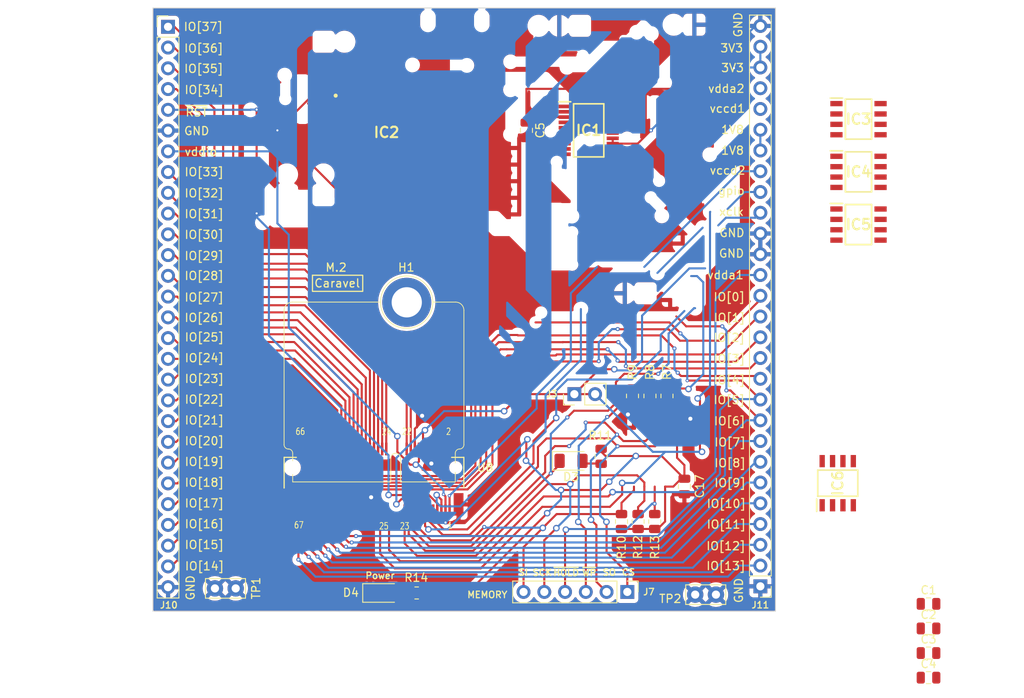
<source format=kicad_pcb>
(kicad_pcb (version 20221018) (generator pcbnew)
  (layers (0 "F.Cu" signal) (31 "B.Cu" signal) (34 "B.Paste" user) (35 "F.Paste" user) (36 "B.SilkS" user "B.Silkscreen") (37 "F.SilkS" user "F.Silkscreen") (38 "B.Mask" user) (39 "F.Mask" user) (44 "Edge.Cuts" user))
  (net 0 "")
  (net 1 "GND")
  (net 3 "gpio")
  (net 5 "xclk")
  (net 6 "Net-(D4-A)")
  (net 7 "~{RST}")
  (net 8 "USB_SCK_TXD")
  (net 9 "USB_SO_RXD")
  (net 10 "USB_SI")
  (net 11 "USB_CS1")
  (net 12 "mprj_io[6]_ser_tx")
  (net 13 "mprj_io[5]_ser_rx")
  (net 14 "vdda2")
  (net 15 "vdda1")
  (net 16 "vccd2")
  (net 17 "mprj_io[13]")
  (net 18 "mprj_io[9]")
  (net 19 "mprj_io[8]")
  (net 20 "mprj_io[7]")
  (net 21 "mprj_io[33]")
  (net 22 "mprj_io[32]")
  (net 23 "mprj_io[31]")
  (net 24 "mprj_io[30]")
  (net 25 "mprj_io[28]")
  (net 26 "mprj_io[27]")
  (net 27 "mprj_io[26]")
  (net 28 "mprj_io[25]")
  (net 29 "mprj_io[24]")
  (net 30 "mprj_io[23]")
  (net 31 "mprj_io[22]")
  (net 32 "mprj_io[21]")
  (net 33 "mprj_io[29]")
  (net 34 "mprj_io[20]")
  (net 35 "mprj_io[19]")
  (net 36 "mprj_io[18]")
  (net 37 "mprj_io[17]")
  (net 38 "mprj_io[34]")
  (net 39 "mprj_io[35]")
  (net 40 "mprj_io[36]")
  (net 41 "mprj_io[37]")
  (net 42 "mprj_io[16]")
  (net 43 "mprj_io[15]")
  (net 44 "mprj_io[14]")
  (net 45 "mprj_io[12]")
  (net 46 "mprj_io[11]")
  (net 47 "mprj_io[10]")
  (net 48 "mprj_io[0]")
  (net 49 "vdda")
  (net 50 "vccd")
  (net 53 "+3.3V")
  (net 148 "~{MEM_WP}")
  (net 149 "~{MEM_HOLD}")
  (net 160 "Net-(D3-A)")
  (net 161 "Caravel_SCK")
  (net 162 "Caravel_D1")
  (net 163 "Caravel_D0")
  (net 164 "Caravel_CSB")
  (footprint "MicroMod-Sparkfun:MicroMod-Standoff" (layer "F.Cu") (at 140.292807 97.244001)
    (fp_text reference "H1")
    (fp_text value "MICROMOD-Standoff")
  )
  (footprint "MicroMod-Sparkfun:M.2-CONNECTOR-E" (layer "F.Cu") (at 136.283107 117.471501)
    (fp_text reference "U8")
    (fp_text value "caravel-M.2-card" hide)
  )
  (footprint "TestPoint:TestPoint_Bridge_Pitch2.54mm_Drill1.0mm" (layer "F.Cu") (at 178.132807 133.020001 180)
    (fp_text reference "TP2")
    (fp_text value "TestPoint")
  )
  (footprint "Capacitor_SMD:C_0805_2012Metric" (layer "F.Cu") (at 204.15 137.16)
    (fp_text reference "C2")
    (fp_text value "0.1uf - CC0805KRX7R9BB104")
  )
  (footprint "Connector_PinHeader_2.54mm:PinHeader_1x06_P2.54mm_Vertical" (layer "F.Cu") (at 167.287007 132.689801 -90)
    (fp_text reference "J7")
    (fp_text value "Conn_01x06_Female")
  )
  (footprint "TestPoint:TestPoint_Bridge_Pitch2.54mm_Drill1.0mm" (layer "F.Cu") (at 119.357207 132.258001 180)
    (fp_text reference "TP1")
    (fp_text value "TestPoint")
  )
  (footprint "Resistor_SMD:R_0805_2012Metric" (layer "F.Cu") (at 167.922007 108.705401 90)
    (fp_text reference "R9")
    (fp_text value "10k - RC0805FR-0710KL")
  )
  (footprint "Capacitor_SMD:C_0805_2012Metric" (layer "F.Cu") (at 204.15 134.15)
    (fp_text reference "C1")
    (fp_text value "0.1uf - CC0805KRX7R9BB104")
  )
  (footprint "Connector_PinHeader_2.54mm:PinHeader_1x28_P2.54mm_Vertical" (layer "F.Cu") (at 183.568407 132.004001 180)
    (fp_text reference "J11")
    (fp_text value "Conn_01x20_Female")
  )
  (footprint "Resistor_SMD:R_0805_2012Metric" (layer "F.Cu") (at 170.639807 124.072401 -90)
    (fp_text reference "R13")
    (fp_text value "10k - RC0805FR-0710KL")
  )
  (footprint "Capacitor_SMD:C_0805_2012Metric" (layer "F.Cu") (at 204.15 140.17)
    (fp_text reference "C3")
    (fp_text value "0.1uf - CC0805KRX7R9BB104")
  )
  (footprint "Resistor_SMD:R_0805_2012Metric" (layer "F.Cu") (at 170.055607 108.705401 90)
    (fp_text reference "R8")
    (fp_text value "10k - RC0805FR-0710KL")
  )
  (footprint "Connector_PinHeader_2.54mm:PinHeader_1x28_P2.54mm_Vertical" (layer "F.Cu") (at 111.076807 63.525601)
    (fp_text reference "J10")
    (fp_text value "Conn_01x27_Female")
  )
  (footprint "SeniorDesign:SOIC127P600X175-8N" (layer "F.Cu") (at 195.58 74.83)
    (fp_text reference "IC3")
    (fp_text value "23K256T-I_SN" hide)
  )
  (footprint "SeniorDesign:SOIC127P600X175-8N" (layer "F.Cu") (at 193.04 119.38 90)
    (fp_text reference "IC6")
    (fp_text value "23K256T-I_SN" hide)
  )
  (footprint "SeniorDesign:SOIC127P600X175-8N" (layer "F.Cu") (at 195.58 81.28)
    (fp_text reference "IC4")
    (fp_text value "23K256T-I_SN" hide)
  )
  (footprint "Capacitor_SMD:C_0805_2012Metric" (layer "F.Cu") (at 204.15 143.18)
    (fp_text reference "C4")
    (fp_text value "0.1uf - CC0805KRX7R9BB104")
  )
  (footprint "LED_SMD:LED_1206_3216Metric" (layer "F.Cu") (at 160.399807 116.652801)
    (fp_text reference "D3")
    (fp_text value "LED - 17-215SURC/S530-A2/TR8")
  )
  (footprint "Resistor_SMD:R_0805_2012Metric" (layer "F.Cu") (at 166.575807 124.072401 -90)
    (fp_text reference "R10")
    (fp_text value "10k - RC0805FR-0710KL")
  )
  (footprint "Connector_PinHeader_2.54mm:PinHeader_1x02_P2.54mm_Vertical" (layer "F.Cu") (at 160.805007 108.483601 90)
    (fp_text reference "J3")
    (fp_text value "Conn_01x02_Male")
  )
  (footprint "Resistor_SMD:R_0805_2012Metric" (layer "F.Cu") (at 172.138407 108.705401 90)
    (fp_text reference "R7")
    (fp_text value "10k - RC0805FR-0710KL")
  )
  (footprint "SeniorDesign:SOIC127P600X175-8N" (layer "F.Cu") (at 195.58 87.73)
    (fp_text reference "IC5")
    (fp_text value "23K256T-I_SN" hide)
  )
  (footprint "SeniorDesign:SOP65P640X120-20N" (layer "F.Cu") (at 162.56 76.2)
    (fp_text reference "IC1")
    (fp_text value "AD5676BRUZ" hide)
  )
  (footprint "Resistor_SMD:R_0805_2012Metric" (layer "F.Cu") (at 168.607807 124.072401 -90)
    (fp_text reference "R12")
    (fp_text value "10k - RC0805FR-0710KL")
  )
  (footprint "SeniorDesign:QFP50P1200X1200X120-65N" (layer "F.Cu") (at 137.818 76.45)
    (fp_text reference "IC2")
    (fp_text value "ADS1178IPAPT" hide)
  )
  (footprint "Capacitor_SMD:C_0805_2012Metric" (layer "F.Cu") (at 154.94 76.2 -90)
    (fp_text reference "C5")
    (fp_text value "0.1uf - CC0805KRX7R9BB104")
  )
  (footprint "LED_SMD:LED_1206_3216Metric" (layer "F.Cu") (at 137.188007 132.816801)
    (fp_text reference "D4")
    (fp_text value "LED - 17-215SURC/S530-A2/TR8")
  )
  (footprint "Capacitor_SMD:C_0805_2012Metric" (layer "F.Cu") (at 174.272007 119.786601 -90)
    (fp_text reference "C17")
    (fp_text value "0.1uf - CC0805KRX7R9BB104")
  )
  (footprint "Resistor_SMD:R_0805_2012Metric" (layer "F.Cu") (at 164.082807 116.094001 -90)
    (fp_text reference "R11")
    (fp_text value "82 - 0805W8F820JT5E")
  )
  (footprint "Resistor_SMD:R_0805_2012Metric" (layer "F.Cu") (at 141.506007 132.816801 180)
    (fp_text reference "R14")
    (fp_text value "82 - 0805W8F820JT5E")
  )
  (gr_rect (start 128.752807 93.934001) (end 134.902807 95.904001) (stroke (width 0.15)) (fill none) (layer "F.SilkS"))
  (gr_rect (start 109.222807 61.220001) (end 185.422807 135.052001) (stroke (width 0.1)) (fill none) (layer "Edge.Cuts"))
  (gr_text "vccd1" (at 179.529807 73.533201) (layer "F.SilkS") (effects (font (size 1 1))))
  (gr_text "IO[30]" (at 115.496407 88.976401) (layer "F.SilkS") (effects (font (size 1 1))))
  (gr_text "IO[14]" (at 115.547207 129.540201) (layer "F.SilkS") (effects (font (size 1 1))))
  (gr_text "Power" (at 137.022807 130.694001) (layer "F.SilkS") (effects (font (size 0.8 0.8))))
  (gr_text "MEMORY" (at 150.152807 133.034001) (layer "F.SilkS") (effects (font (size 0.8 0.8))))
  (gr_text "IO[6]" (at 179.809207 111.785601) (layer "F.SilkS") (effects (font (size 1 1))))
  (gr_text "1V8" (at 180.164807 78.664001) (layer "F.SilkS") (effects (font (size 1 1))))
  (gr_text "3V3" (at 180.063207 66.141801) (layer "F.SilkS") (effects (font (size 1 1))))
  (gr_text "IO[9]" (at 179.860007 119.354801) (layer "F.SilkS") (effects (font (size 1 1))))
  (gr_text "1V8" (at 180.164807 76.124001) (layer "F.SilkS") (effects (font (size 1 1))))
  (gr_text "vdda1" (at 179.301207 93.904001) (layer "F.SilkS") (effects (font (size 1 1))))
  (gr_text "~{RST}" (at 114.582007 73.990401) (layer "F.SilkS") (effects (font (size 1 1))))
  (gr_text "IO[0]" (at 179.758407 96.596401) (layer "F.SilkS") (effects (font (size 1 1))))
  (gr_text "IO[17]" (at 115.521807 121.844001) (layer "F.SilkS") (effects (font (size 1 1))))
  (gr_text "IO[24]" (at 115.521807 104.064001) (layer "F.SilkS") (effects (font (size 1 1))))
  (gr_text "GND" (at 113.820007 132.181801 90) (layer "F.SilkS") (effects (font (size 1 1))))
  (gr_text "IO[12]" (at 179.352007 127.076401) (layer "F.SilkS") (effects (font (size 1 1))))
  (gr_text "IO[4]" (at 179.783807 106.756401) (layer "F.SilkS") (effects (font (size 1 1))))
  (gr_text "GND" (at 180.037807 91.262401) (layer "F.SilkS") (effects (font (size 1 1))))
  (gr_text "IO[10]" (at 179.402807 121.894801) (layer "F.SilkS") (effects (font (size 1 1))))
  (gr_text "IO[28]" (at 115.496407 94.005601) (layer "F.SilkS") (effects (font (size 1 1))))
  (gr_text "IO[25]" (at 115.521807 101.524001) (layer "F.SilkS") (effects (font (size 1 1))))
  (gr_text "IO[18]" (at 115.521807 119.304001) (layer "F.SilkS") (effects (font (size 1 1))))
  (gr_text "IO[33]" (at 115.496407 81.305601) (layer "F.SilkS") (effects (font (size 1 1))))
  (gr_text "M.2" (at 131.642807 92.984001) (layer "F.SilkS") (effects (font (size 1 1))))
  (gr_text "vddio" (at 115.090007 78.816401) (layer "F.SilkS") (effects (font (size 1 1))))
  (gr_text "IO[26]" (at 115.496407 99.136401) (layer "F.SilkS") (effects (font (size 1 1))))
  (gr_text "IO[32]" (at 115.496407 83.896401) (layer "F.SilkS") (effects (font (size 1 1))))
  (gr_text "IO[7]" (at 179.860007 114.376401) (layer "F.SilkS") (effects (font (size 1 1))))
  (gr_text "IO[23]" (at 115.521807 106.604001) (layer "F.SilkS") (effects (font (size 1 1))))
  (gr_text "IO[8]" (at 179.860007 116.916401) (layer "F.SilkS") (effects (font (size 1 1))))
  (gr_text "3V3" (at 180.164807 68.554801) (layer "F.SilkS") (effects (font (size 1 1))))
  (gr_text "IO[22]" (at 115.521807 109.144001) (layer "F.SilkS") (effects (font (size 1 1))))
  (gr_text "~{WP}" (at 162.622807 130.344001) (layer "F.SilkS") (effects (font (size 0.8 0.8))))
  (gr_text "vccd2" (at 179.555207 81.102401) (layer "F.SilkS") (effects (font (size 1 1))))
  (gr_text "IO[15]" (at 115.521807 126.924001) (layer "F.SilkS") (effects (font (size 1 1))))
  (gr_text "xclk" (at 180.037807 86.157001) (layer "F.SilkS") (effects (font (size 1 1))))
  (gr_text "IO[13]" (at 179.352007 129.514801) (layer "F.SilkS") (effects (font (size 1 1))))
  (gr_text "GND" (at 180.088607 88.747801) (layer "F.SilkS") (effects (font (size 1 1))))
  (gr_text "IO[19]" (at 115.521807 116.764001) (layer "F.SilkS") (effects (font (size 1 1))))
  (gr_text "IO[11]" (at 179.402807 124.434801) (layer "F.SilkS") (effects (font (size 1 1))))
  (gr_text "SO" (at 165.082807 130.302201) (layer "F.SilkS") (effects (font (size 0.8 0.8))))
  (gr_text "IO[3]" (at 179.783807 104.165601) (layer "F.SilkS") (effects (font (size 1 1))))
  (gr_text "IO[21]" (at 115.521807 111.684001) (layer "F.SilkS") (effects (font (size 1 1))))
  (gr_text "Caravel" (at 131.782807 94.914001) (layer "F.SilkS") (effects (font (size 1 1))))
  (gr_text "GND" (at 180.850607 63.271601 90) (layer "F.SilkS") (effects (font (size 1 1))))
  (gr_text "IO[31]" (at 115.496407 86.436401) (layer "F.SilkS") (effects (font (size 1 1))))
  (gr_text "SCK" (at 156.882807 130.324001) (layer "F.SilkS") (effects (font (size 0.8 0.8))))
  (gr_text "IO[20]" (at 115.521807 114.224001) (layer "F.SilkS") (effects (font (size 1 1))))
  (gr_text "IO[2]" (at 179.758407 101.574801) (layer "F.SilkS") (effects (font (size 1 1))))
  (gr_text "IO[1]" (at 179.783807 99.136401) (layer "F.SilkS") (effects (font (size 1 1))))
  (gr_text "IO[35]" (at 115.445607 68.656401) (layer "F.SilkS") (effects (font (size 1 1))))
  (gr_text "gpio" (at 180.037807 83.591601) (layer "F.SilkS") (effects (font (size 1 1))))
  (gr_text "IO[27]" (at 115.496407 96.647201) (layer "F.SilkS") (effects (font (size 1 1))))
  (gr_text "GND" (at 114.582007 76.276401) (layer "F.SilkS") (effects (font (size 1 1))))
  (gr_text "IO[5]" (at 179.758407 109.194801) (layer "F.SilkS") (effects (font (size 1 1))))
  (gr_text "IO[34]" (at 115.496407 71.247201) (layer "F.SilkS") (effects (font (size 1 1))))
  (gr_text "vdda2" (at 179.402807 71.094801) (layer "F.SilkS") (effects (font (size 1 1))))
  (gr_text "GND" (at 180.926807 132.512001 90) (layer "F.SilkS") (effects (font (size 1 1))))
  (gr_text "IO[16]" (at 115.521807 124.384001) (layer "F.SilkS") (effects (font (size 1 1))))
  (gr_text "IO[36]" (at 115.445607 66.167201) (layer "F.SilkS") (effects (font (size 1 1))))
  (gr_text "CS" (at 167.432807 130.284001) (layer "F.SilkS") (effects (font (size 0.8 0.8))))
  (gr_text "IO[37]" (at 115.394807 63.525601) (layer "F.SilkS") (effects (font (size 1 1))))
  (gr_text "~{HOLD}" (at 159.792807 130.334001) (layer "F.SilkS") (effects (font (size 0.8 0.8) (thickness 0.15) bold)))
  (gr_text "IO[29]" (at 115.496407 91.567201) (layer "F.SilkS") (effects (font (size 1 1))))
  (gr_text "SI" (at 154.561607 130.302201) (layer "F.SilkS") (effects (font (size 0.8 0.8))))
  (segment (start 142.172807 111.826801) (end 141.283107 112.716501) (width 0.254) (layer "F.Cu") (net 1))
  (segment (start 146.633107 121.971501) (end 146.633107 123.600501) (width 0.254) (layer "F.Cu") (net 1))
  (segment (start 138.068 82.912) (end 138.068 82.188) (width 0.254) (layer "F.Cu") (net 1))
  (segment (start 137.16 68.58) (end 137.068 68.672) (width 0.254) (layer "F.Cu") (net 1))
  (segment (start 136.533107 121.704301) (end 135.932807 121.104001) (width 0.254) (layer "F.Cu") (net 1))
  (segment (start 143.302807 116.974001) (end 142.783107 116.454301) (width 0.254) (layer "F.Cu") (net 1))
  (segment (start 137.16 83.82) (end 138.068 82.912) (width 0.254) (layer "F.Cu") (net 1))
  (segment (start 132.08 68.58) (end 137.16 68.58) (width 0.254) (layer "F.Cu") (net 1))
  (segment (start 138.068 82.188) (end 137.568 82.188) (width 0.254) (layer "F.Cu") (net 1))
  (segment (start 135.2807 83.82) (end 134.62 83.82) (width 0.254) (layer "F.Cu") (net 1))
  (segment (start 165.498 77.175) (end 165.498 77.825) (width 0.254) (layer "F.Cu") (net 1))
  (segment (start 168.099807 111.709401) (end 167.363207 110.972801) (width 0.254) (layer "F.Cu") (net 1))
  (segment (start 124.96 75.7) (end 132.08 75.7) (width 0.254) (layer "F.Cu") (net 1))
  (segment (start 168.099807 112.598401) (end 168.099807 111.709401) (width 0.254) (layer "F.Cu") (net 1))
  (segment (start 137.16 68.58) (end 137.9275 68.58) (width 0.254) (layer "F.Cu") (net 1))
  (segment (start 124.46 76.2) (end 124.96 75.7) (width 0.254) (layer "F.Cu") (net 1))
  (segment (start 132.08 83.82) (end 134.62 83.82) (width 0.254) (layer "F.Cu") (net 1))
  (segment (start 141.283107 112.716501) (end 141.283107 115.196501) (width 0.254) (layer "F.Cu") (net 1))
  (segment (start 142.783107 116.454301) (end 142.783107 115.196501) (width 0.254) (layer "F.Cu") (net 1))
  (segment (start 139.068 69.7205) (end 139.068 70.712) (width 0.254) (layer "F.Cu") (net 1))
  (segment (start 124.46 76.2) (end 132.08 83.82) (width 0.254) (layer "F.Cu") (net 1))
  (segment (start 137.068 70.712) (end 136.568 70.712) (width 0.254) (layer "F.Cu") (net 1))
  (segment (start 124.46 76.2) (end 132.08 68.58) (width 0.254) (layer "F.Cu") (net 1))
  (segment (start 146.633107 123.600501) (end 146.039607 124.194001) (width 0.254) (layer "F.Cu") (net 1))
  (segment (start 137.068 68.672) (end 137.068 70.712) (width 0.254) (layer "F.Cu") (net 1))
  (segment (start 134.62 83.82) (end 137.16 83.82) (width 0.254) (layer "F.Cu") (net 1))
  (segment (start 170.18 76.2) (end 168.555 77.825) (width 0.254) (layer "F.Cu") (net 1))
  (segment (start 142.172807 111.134001) (end 142.172807 111.826801) (width 0.254) (layer "F.Cu") (net 1))
  (segment (start 136.068 83.0327) (end 135.2807 83.82) (width 0.254) (layer "F.Cu") (net 1))
  (segment (start 136.068 82.188) (end 136.068 83.0327) (width 0.254) (layer "F.Cu") (net 1))
  (segment (start 137.9275 68.58) (end 139.068 69.7205) (width 0.254) (layer "F.Cu") (net 1))
  (segment (start 132.08 75.2) (end 132.08 75.7) (width 0.254) (layer "F.Cu") (net 1))
  (segment (start 168.555 77.825) (end 165.498 77.825) (width 0.254) (layer "F.Cu") (net 1))
  (segment (start 146.039607 124.194001) (end 145.032807 124.194001) (width 0.254) (layer "F.Cu") (net 1))
  (segment (start 136.533107 122.746501) (end 136.533107 121.704301) (width 0.254) (layer "F.Cu") (net 1))
  (via (at 167.363207 110.972801) (size 0.8) (drill 0.5) (layers "F.Cu" "B.Cu") (net 1))
  (via (at 175.002807 111.494001) (size 0.8) (drill 0.5) (layers "F.Cu" "B.Cu") (net 1))
  (via (at 170.18 76.2) (size 0.5) (drill 0.25) (layers "F.Cu" "B.Cu") (net 1))
  (via (at 143.302807 116.974001) (size 0.8) (drill 0.5) (layers "F.Cu" "B.Cu") (net 1))
  (via (at 135.932807 121.104001) (size 0.8) (drill 0.5) (layers "F.Cu" "B.Cu") (net 1))
  (via (at 145.032807 124.194001) (size 0.5) (drill 0.25) (layers "F.Cu" "B.Cu") (net 1))
  (via (at 124.46 76.2) (size 0.5) (drill 0.25) (layers "F.Cu" "B.Cu") (net 1))
  (via (at 142.172807 111.134001) (size 0.8) (drill 0.5) (layers "F.Cu" "B.Cu") (net 1))
  (segment (start 183.568407 63.424001) (end 182.955999 63.424001) (width 0.254) (layer "B.Cu") (net 1))
  (segment (start 124.434399 76.225601) (end 124.46 76.2) (width 0.254) (layer "B.Cu") (net 1))
  (segment (start 143.572807 117.014001) (end 143.342807 117.014001) (width 0.254) (layer "B.Cu") (net 1))
  (segment (start 182.955999 63.424001) (end 170.18 76.2) (width 0.254) (layer "B.Cu") (net 1))
  (segment (start 111.076807 76.225601) (end 124.434399 76.225601) (width 0.254) (layer "B.Cu") (net 1))
  (segment (start 143.342807 117.014001) (end 143.302807 116.974001) (width 0.254) (layer "B.Cu") (net 1))
  (segment (start 183.568407 91.516401) (end 183.568407 91.465601) (width 0.254) (layer "B.Cu") (net 1))
  (segment (start 157.922807 118.174001) (end 158.999807 117.097001) (width 0.254) (layer "F.Cu") (net 3))
  (segment (start 165.890007 109.550401) (end 165.890007 108.686801) (width 0.254) (layer "F.Cu") (net 3))
  (segment (start 165.890007 107.010401) (end 166.804407 106.096001) (width 0.254) (layer "F.Cu") (net 3))
  (segment (start 166.804407 106.096001) (end 166.906007 105.994401) (width 0.254) (layer "F.Cu") (net 3))
  (segment (start 159.946407 111.328401) (end 160.759207 110.515601) (width 0.254) (layer "F.Cu") (net 3))
  (segment (start 160.759207 110.515601) (end 164.924807 110.515601) (width 0.254) (layer "F.Cu") (net 3))
  (segment (start 157.922807 118.174001) (end 157.132807 118.964001) (width 0.254) (layer "F.Cu") (net 3))
  (segment (start 157.132807 118.964001) (end 157.122807 118.964001) (width 0.254) (layer "F.Cu") (net 3))
  (segment (start 142.562807 127.664001) (end 140.533107 125.634301) (width 0.254) (layer "F.Cu") (net 3))
  (segment (start 164.924807 110.515601) (end 165.890007 109.550401) (width 0.254) (layer "F.Cu") (net 3))
  (segment (start 148.422807 127.664001) (end 142.562807 127.664001) (width 0.254) (layer "F.Cu") (net 3))
  (segment (start 166.906007 105.994401) (end 171.071607 105.994401) (width 0.254) (layer "F.Cu") (net 3))
  (segment (start 165.890007 108.686801) (end 165.890007 107.010401) (width 0.254) (layer "F.Cu") (net 3))
  (segment (start 158.999807 117.097001) (end 158.999807 116.652801) (width 0.254) (layer "F.Cu") (net 3))
  (segment (start 157.122807 118.964001) (end 148.422807 127.664001) (width 0.254) (layer "F.Cu") (net 3))
  (segment (start 140.533107 125.634301) (end 140.533107 122.746501) (width 0.254) (layer "F.Cu") (net 3))
  (via (at 171.071607 105.994401) (size 0.5) (drill 0.25) (layers "F.Cu" "B.Cu") (net 3))
  (via (at 159.946407 111.328401) (size 0.5) (drill 0.25) (layers "F.Cu" "B.Cu") (net 3))
  (via (at 157.922807 118.174001) (size 0.5) (drill 0.25) (layers "F.Cu" "B.Cu") (net 3))
  (segment (start 179.555207 85.826801) (end 181.638007 83.744001) (width 0.254) (layer "B.Cu") (net 3))
  (segment (start 157.922807 113.352001) (end 159.946407 111.328401) (width 0.254) (layer "B.Cu") (net 3))
  (segment (start 172.341607 104.724401) (end 171.071607 105.994401) (width 0.254) (layer "B.Cu") (net 3))
  (segment (start 172.341607 101.066801) (end 172.341607 104.724401) (width 0.254) (layer "B.Cu") (net 3))
  (segment (start 157.922807 118.174001) (end 157.922807 113.352001) (width 0.254) (layer "B.Cu") (net 3))
  (segment (start 175.444407 97.964001) (end 172.341607 101.066801) (width 0.254) (layer "B.Cu") (net 3))
  (segment (start 181.638007 83.744001) (end 183.568407 83.744001) (width 0.254) (layer "B.Cu") (net 3))
  (segment (start 175.582807 97.964001) (end 175.444407 97.964001) (width 0.254) (layer "B.Cu") (net 3))
  (segment (start 143.533107 123.754301) (end 143.533107 122.746501) (width 0.254) (layer "F.Cu") (net 5))
  (segment (start 147.702807 125.034001) (end 144.812807 125.034001) (width 0.254) (layer "F.Cu") (net 5))
  (segment (start 155.806207 114.200601) (end 155.806207 116.930601) (width 0.254) (layer "F.Cu") (net 5))
  (segment (start 158.582807 111.394001) (end 158.582807 111.424001) (width 0.254) (layer "F.Cu") (net 5))
  (segment (start 144.812807 125.034001) (end 143.533107 123.754301) (width 0.254) (layer "F.Cu") (net 5))
  (segment (start 158.582807 111.424001) (end 155.806207 114.200601) (width 0.254) (layer "F.Cu") (net 5))
  (segment (start 155.806207 116.930601) (end 147.702807 125.034001) (width 0.254) (layer "F.Cu") (net 5))
  (via (at 158.582807 111.394001) (size 0.8) (drill 0.5) (layers "F.Cu" "B.Cu") (net 5))
  (segment (start 182.958807 86.893601) (end 183.568407 86.284001) (width 0.254) (layer "B.Cu") (net 5))
  (segment (start 158.582807 111.394001) (end 158.582807 108.069201) (width 0.254) (layer "B.Cu") (net 5))
  (segment (start 159.958007 106.694001) (end 167.832007 106.694001) (width 0.254) (layer "B.Cu") (net 5))
  (segment (start 158.582807 108.069201) (end 159.958007 106.694001) (width 0.254) (layer "B.Cu") (net 5))
  (segment (start 171.376407 101.200401) (end 174.272807 98.304001) (width 0.254) (layer "B.Cu") (net 5))
  (segment (start 178.415607 87.834001) (end 179.356007 86.893601) (width 0.254) (layer "B.Cu") (net 5))
  (segment (start 167.832007 106.694001) (end 171.376407 103.149601) (width 0.254) (layer "B.Cu") (net 5))
  (segment (start 179.356007 86.893601) (end 182.958807 86.893601) (width 0.254) (layer "B.Cu") (net 5))
  (segment (start 171.376407 103.149601) (end 171.376407 101.200401) (width 0.254) (layer "B.Cu") (net 5))
  (segment (start 138.588007 132.816801) (end 140.593507 132.816801) (width 0.254) (layer "F.Cu") (net 6))
  (segment (start 143.002807 120.834001) (end 144.033107 121.864301) (width 0.254) (layer "F.Cu") (net 7))
  (segment (start 121.92 86.36) (end 121.92 73.66) (width 0.254) (layer "F.Cu") (net 7))
  (segment (start 144.033107 121.864301) (end 144.033107 122.746501) (width 0.254) (layer "F.Cu") (net 7))
  (segment (start 138.083907 120.834001) (end 143.002807 120.834001) (width 0.254) (layer "F.Cu") (net 7))
  (segment (start 138.072807 120.822901) (end 138.083907 120.834001) (width 0.254) (layer "F.Cu") (net 7))
  (via (at 138.072807 120.822901) (size 0.8) (drill 0.5) (layers "F.Cu" "B.Cu") (net 7))
  (via (at 121.92 73.66) (size 0.5) (drill 0.25) (layers "F.Cu" "B.Cu") (net 7))
  (via (at 121.92 86.36) (size 0.5) (drill 0.25) (layers "F.Cu" "B.Cu") (net 7))
  (segment (start 138.062807 115.964001) (end 138.062807 120.812901) (width 0.254) (layer "B.Cu") (net 7))
  (segment (start 121.181207 73.685601) (end 111.076807 73.685601) (width 0.254) (layer "B.Cu") (net 7))
  (segment (start 121.206808 73.66) (end 121.181207 73.685601) (width 0.254) (layer "B.Cu") (net 7))
  (segment (start 123.421207 101.322401) (end 138.062807 115.964001) (width 0.254) (layer "B.Cu") (net 7))
  (segment (start 121.92 86.811194) (end 121.92 86.36) (width 0.254) (layer "B.Cu") (net 7))
  (segment (start 122.627807 87.519001) (end 121.92 86.811194) (width 0.254) (layer "B.Cu") (net 7))
  (segment (start 138.062807 120.812901) (end 138.072807 120.822901) (width 0.254) (layer "B.Cu") (net 7))
  (segment (start 123.421207 88.312401) (end 123.421207 101.322401) (width 0.254) (layer "B.Cu") (net 7))
  (segment (start 121.92 73.66) (end 121.206808 73.66) (width 0.254) (layer "B.Cu") (net 7))
  (segment (start 122.627807 87.519001) (end 123.421207 88.312401) (width 0.254) (layer "B.Cu") (net 7))
  (segment (start 146.755607 118.501201) (end 133.015607 118.501201) (width 0.254) (layer "F.Cu") (net 8))
  (segment (start 153.852807 101.244001) (end 153.902807 101.294001) (width 0.254) (layer "F.Cu") (net 8))
  (segment (start 148.172807 104.585401) (end 148.172807 117.084001) (width 0.254) (layer "F.Cu") (net 8))
  (segment (start 133.015607 118.501201) (end 131.533107 119.983701) (width 0.254) (layer "F.Cu") (net 8))
  (segment (start 153.902807 101.294001) (end 171.451207 101.294001) (width 0.254) (layer "F.Cu") (net 8))
  (segment (start 173.457007 105.862901) (end 173.858107 106.264001) (width 0.254) (layer "F.Cu") (net 8))
  (segment (start 131.533107 119.983701) (end 131.533107 122.746501) (width 0.254) (layer "F.Cu") (net 8))
  (segment (start 148.172807 117.084001) (end 146.755607 118.501201) (width 0.254) (layer "F.Cu") (net 8))
  (segment (start 183.228407 106.264001) (end 183.568407 106.604001) (width 0.254) (layer "F.Cu") (net 8))
  (segment (start 151.514207 101.244001) (end 148.172807 104.585401) (width 0.254) (layer "F.Cu") (net 8))
  (segment (start 173.858107 106.264001) (end 183.228407 106.264001) (width 0.254) (layer "F.Cu") (net 8))
  (segment (start 153.852807 101.244001) (end 151.514207 101.244001) (width 0.254) (layer "F.Cu") (net 8))
  (segment (start 171.451207 101.294001) (end 173.052807 102.895601) (width 0.254) (layer "F.Cu") (net 8))
  (via (at 173.457007 105.862901) (size 0.5) (drill 0.25) (layers "F.Cu" "B.Cu") (net 8))
  (via (at 173.052807 102.895601) (size 0.5) (drill 0.25) (layers "F.Cu" "B.Cu") (net 8))
  (segment (start 173.052807 105.458701) (end 173.052807 102.895601) (width 0.254) (layer "B.Cu") (net 8))
  (segment (start 173.457007 105.862901) (end 173.052807 105.458701) (width 0.254) (layer "B.Cu") (net 8))
  (segment (start 149.329207 117.197601) (end 147.212807 119.314001) (width 0.254) (layer "F.Cu") (net 9))
  (segment (start 147.212807 119.314001) (end 133.712807 119.314001) (width 0.254) (layer "F.Cu") (net 9))
  (segment (start 133.712807 119.314001) (end 132.533107 120.493701) (width 0.254) (layer "F.Cu") (net 9))
  (segment (start 132.533107 120.493701) (end 132.533107 122.746501) (width 0.254) (layer "F.Cu") (net 9))
  (segment (start 166.245607 104.521201) (end 180.571207 104.521201) (width 0.254) (layer "F.Cu") (net 9))
  (segment (start 152.534407 102.994001) (end 151.770807 102.994001) (width 0.254) (layer "F.Cu") (net 9))
  (segment (start 149.329207 105.435601) (end 149.329207 117.197601) (width 0.254) (layer "F.Cu") (net 9))
  (segment (start 166.093207 104.368801) (end 166.245607 104.521201) (width 0.254) (layer "F.Cu") (net 9))
  (segment (start 164.862807 102.994001) (end 164.866807 102.990001) (width 0.254) (layer "F.Cu") (net 9))
  (segment (start 180.571207 104.521201) (end 183.568407 101.524001) (width 0.254) (layer "F.Cu") (net 9))
  (segment (start 152.534407 102.994001) (end 164.862807 102.994001) (width 0.254) (layer "F.Cu") (net 9))
  (segment (start 151.770807 102.994001) (end 149.329207 105.435601) (width 0.254) (layer "F.Cu") (net 9))
  (via (at 164.866807 102.990001) (size 0.5) (drill 0.25) (layers "F.Cu" "B.Cu") (net 9))
  (via (at 166.093207 104.368801) (size 0.5) (drill 0.25) (layers "F.Cu" "B.Cu") (net 9))
  (segment (start 164.866807 102.990001) (end 166.093207 104.216401) (width 0.254) (layer "B.Cu") (net 9))
  (segment (start 166.093207 104.216401) (end 166.093207 104.368801) (width 0.254) (layer "B.Cu") (net 9))
  (segment (start 158.522807 103.754001) (end 152.652807 103.754001) (width 0.254) (layer "F.Cu") (net 10))
  (segment (start 150.015007 117.131801) (end 147.409207 119.737601) (width 0.254) (layer "F.Cu") (net 10))
  (segment (start 152.652807 103.754001) (end 150.015007 106.391801) (width 0.254) (layer "F.Cu") (net 10))
  (segment (start 158.652807 103.624001) (end 178.674407 103.624001) (width 0.254) (layer "F.Cu") (net 10))
  (segment (start 147.409207 119.737601) (end 133.999207 119.737601) (width 0.254) (layer "F.Cu") (net 10))
  (segment (start 178.674407 103.624001) (end 183.314407 98.984001) (width 0.254) (layer "F.Cu") (net 10))
  (segment (start 150.015007 106.391801) (end 150.015007 117.131801) (width 0.254) (layer "F.Cu") (net 10))
  (segment (start 158.602807 103.674001) (end 158.522807 103.754001) (width 0.254) (layer "F.Cu") (net 10))
  (segment (start 133.033107 120.703701) (end 133.033107 122.746501) (width 0.254) (layer "F.Cu") (net 10))
  (segment (start 133.999207 119.737601) (end 133.033107 120.703701) (width 0.254) (layer "F.Cu") (net 10))
  (segment (start 158.602807 103.674001) (end 158.652807 103.624001) (width 0.254) (layer "F.Cu") (net 10))
  (segment (start 147.039207 118.907601) (end 133.379207 118.907601) (width 0.254) (layer "F.Cu") (net 11))
  (segment (start 159.392807 102.124001) (end 151.548607 102.124001) (width 0.254) (layer "F.Cu") (net 11))
  (segment (start 148.692807 104.979801) (end 148.692807 117.254001) (width 0.254) (layer "F.Cu") (net 11))
  (segment (start 133.379207 118.907601) (end 132.033107 120.253701) (width 0.254) (layer "F.Cu") (net 11))
  (segment (start 151.548607 102.124001) (end 148.692807 104.979801) (width 0.254) (layer "F.Cu") (net 11))
  (segment (start 166.175207 102.114001) (end 166.179007 102.117801) (width 0.254) (layer "F.Cu") (net 11))
  (segment (start 167.109207 105.050101) (end 167.393107 105.334001) (width 0.254) (layer "F.Cu") (net 11))
  (segment (start 159.402807 102.114001) (end 166.175207 102.114001) (width 0.254) (layer "F.Cu") (net 11))
  (segment (start 167.393107 105.334001) (end 182.298407 105.334001) (width 0.254) (layer "F.Cu") (net 11))
  (segment (start 132.033107 120.253701) (end 132.033107 122.746501) (width 0.254) (layer "F.Cu") (net 11))
  (segment (start 148.692807 117.254001) (end 147.039207 118.907601) (width 0.254) (layer "F.Cu") (net 11))
  (segment (start 159.392807 102.124001) (end 159.402807 102.114001) (width 0.254) (layer "F.Cu") (net 11))
  (segment (start 182.298407 105.334001) (end 183.568407 104.064001) (width 0.254) (layer "F.Cu") (net 11))
  (via (at 167.109207 105.050101) (size 0.5) (drill 0.25) (layers "F.Cu" "B.Cu") (net 11))
  (via (at 166.179007 102.117801) (size 0.5) (drill 0.25) (layers "F.Cu" "B.Cu") (net 11))
  (segment (start 166.179007 102.117801) (end 167.109207 103.048001) (width 0.254) (layer "B.Cu") (net 11))
  (segment (start 167.109207 103.048001) (end 167.109207 105.050101) (width 0.254) (layer "B.Cu") (net 11))
  (segment (start 133.552807 126.634001) (end 133.543407 126.624601) (width 0.254) (layer "F.Cu") (net 12))
  (segment (start 183.568407 111.684001) (end 179.908407 108.024001) (width 0.254) (layer "F.Cu") (net 12))
  (segment (start 130.533107 123.974301) (end 130.533107 122.746501) (width 0.254) (layer "F.Cu") (net 12))
  (segment (start 178.902807 100.184001) (end 174.492807 100.184001) (width 0.254) (layer "F.Cu") (net 12))
  (segment (start 174.492807 100.184001) (end 173.282807 98.974001) (width 0.254) (layer "F.Cu") (net 12))
  (segment (start 133.543407 126.624601) (end 133.183407 126.624601) (width 0.254) (layer "F.Cu") (net 12))
  (segment (start 179.908407 108.024001) (end 179.412807 108.024001) (width 0.254) (layer "F.Cu") (net 12))
  (segment (start 133.183407 126.624601) (end 130.533107 123.974301) (width 0.254) (layer "F.Cu") (net 12))
  (via (at 179.412807 108.024001) (size 0.5) (drill 0.25) (layers "F.Cu" "B.Cu") (net 12))
  (via (at 178.902807 100.184001) (size 0.5) (drill 0.25) (layers "F.Cu" "B.Cu") (net 12))
  (via (at 133.552807 126.634001) (size 0.5) (drill 0.25) (layers "F.Cu" "B.Cu") (net 12))
  (segment (start 178.902807 100.184001) (end 179.412807 100.694001) (width 0.254) (layer "B.Cu") (net 12))
  (segment (start 179.239207 118.407601) (end 179.239207 114.310401) (width 0.254) (layer "B.Cu") (net 12))
  (segment (start 179.412807 100.694001) (end 179.412807 108.024001) (width 0.254) (layer "B.Cu") (net 12))
  (segment (start 133.552807 126.634001) (end 171.012807 126.634001) (width 0.254) (layer "B.Cu") (net 12))
  (segment (start 179.239207 114.310401) (end 181.865607 111.684001) (width 0.254) (layer "B.Cu") (net 12))
  (segment (start 181.865607 111.684001) (end 183.568407 111.684001) (width 0.254) (layer "B.Cu") (net 12))
  (segment (start 171.012807 126.634001) (end 179.239207 118.407601) (width 0.254) (layer "B.Cu") (net 12))
  (segment (start 131.033107 123.730301) (end 131.033107 122.746501) (width 0.254) (layer "F.Cu") (net 13))
  (segment (start 173.782807 101.044001) (end 172.442807 99.704001) (width 0.254) (layer "F.Cu") (net 13))
  (segment (start 134.079607 125.850801) (end 133.153607 125.850801) (width 0.254) (layer "F.Cu") (net 13))
  (segment (start 183.568407 109.144001) (end 181.248407 106.824001) (width 0.254) (layer "F.Cu") (net 13))
  (segment (start 172.442807 99.704001) (end 156.052807 99.704001) (width 0.254) (layer "F.Cu") (net 13))
  (segment (start 181.248407 106.824001) (end 174.622807 106.824001) (width 0.254) (layer "F.Cu") (net 13))
  (segment (start 133.153607 125.850801) (end 131.033107 123.730301) (width 0.254) (layer "F.Cu") (net 13))
  (via (at 134.079607 125.850801) (size 0.5) (drill 0.25) (layers "F.Cu" "B.Cu") (net 13))
  (via (at 174.622807 106.824001) (size 0.4064) (drill 0.2032) (layers "F.Cu" "B.Cu") (net 13))
  (via (at 173.782807 101.044001) (size 0.5) (drill 0.25) (layers "F.Cu" "B.Cu") (net 13))
  (segment (start 179.962807 109.094001) (end 183.518407 109.094001) (width 0.254) (layer "B.Cu") (net 13))
  (segment (start 173.782807 101.044001) (end 174.622807 101.884001) (width 0.254) (layer "B.Cu") (net 13))
  (segment (start 171.016007 125.850801) (end 178.625607 118.241201) (width 0.254) (layer "B.Cu") (net 13))
  (segment (start 178.625607 110.431201) (end 179.962807 109.094001) (width 0.254) (layer "B.Cu") (net 13))
  (segment (start 178.625607 118.241201) (end 178.625607 110.431201) (width 0.254) (layer "B.Cu") (net 13))
  (segment (start 134.079607 125.850801) (end 171.016007 125.850801) (width 0.254) (layer "B.Cu") (net 13))
  (segment (start 183.518407 109.094001) (end 183.568407 109.144001) (width 0.254) (layer "B.Cu") (net 13))
  (segment (start 174.622807 101.884001) (end 174.622807 106.824001) (width 0.254) (layer "B.Cu") (net 13))
  (segment (start 142.533107 122.746501) (end 142.533107 124.624301) (width 0.254) (layer "F.Cu") (net 14))
  (segment (start 142.533107 124.624301) (end 142.942807 125.034001) (width 0.254) (layer "F.Cu") (net 14))
  (via (at 142.942807 125.034001) (size 0.8) (drill 0.5) (layers "F.Cu" "B.Cu") (net 14))
  (segment (start 157.282807 113.064001) (end 145.312807 125.034001) (width 0.254) (layer "B.Cu") (net 14))
  (segment (start 161.602807 98.074001) (end 161.602807 104.294001) (width 0.254) (layer "B.Cu") (net 14))
  (segment (start 170.970007 93.650001) (end 176.507207 88.112801) (width 0.254) (layer "B.Cu") (net 14))
  (segment (start 161.602807 104.294001) (end 157.282807 108.614001) (width 0.254) (layer "B.Cu") (net 14))
  (segment (start 157.282807 108.614001) (end 157.282807 113.064001) (width 0.254) (layer "B.Cu") (net 14))
  (segment (start 145.312807 125.034001) (end 142.942807 125.034001) (width 0.254) (layer "B.Cu") (net 14))
  (segment (start 139.482807 128.924001) (end 149.132807 128.924001) (width 0.254) (layer "F.Cu") (net 15))
  (segment (start 149.132807 128.924001) (end 157.051007 121.005801) (width 0.254) (layer "F.Cu") (net 15))
  (segment (start 138.125607 123.339001) (end 138.125607 127.566801) (width 0.254) (layer "F.Cu") (net 15))
  (segment (start 138.125607 127.566801) (end 139.482807 128.924001) (width 0.254) (layer "F.Cu") (net 15))
  (segment (start 164.950207 121.005801) (end 165.483607 120.472401) (width 0.254) (layer "F.Cu") (net 15))
  (segment (start 157.051007 121.005801) (end 164.950207 121.005801) (width 0.254) (layer "F.Cu") (net 15))
  (segment (start 137.533107 122.746501) (end 138.125607 123.339001) (width 0.254) (layer "F.Cu") (net 15))
  (via (at 165.483607 120.472401) (size 0.8) (drill 0.5) (layers "F.Cu" "B.Cu") (net 15))
  (segment (start 183.568407 93.904001) (end 181.032807 93.904001) (width 0.254) (layer "B.Cu") (net 15))
  (segment (start 181.032807 93.904001) (end 178.065607 96.871201) (width 0.254) (layer "B.Cu") (net 15))
  (segment (start 175.592807 120.472401) (end 165.483607 120.472401) (width 0.254) (layer "B.Cu") (net 15))
  (segment (start 178.065607 96.871201) (end 178.065607 117.999601) (width 0.254) (layer "B.Cu") (net 15))
  (segment (start 178.065607 117.999601) (end 175.592807 120.472401) (width 0.254) (layer "B.Cu") (net 15))
  (segment (start 145.533107 122.746501) (end 145.533107 120.940688) (width 0.254) (layer "F.Cu") (net 16))
  (segment (start 145.533107 120.940688) (end 145.508882 120.916463) (width 0.254) (layer "F.Cu") (net 16))
  (via (at 145.508882 120.916463) (size 0.4064) (drill 0.2032) (layers "F.Cu" "B.Cu") (net 16))
  (segment (start 169.365607 92.914001) (end 181.075607 81.204001) (width 0.254) (layer "B.Cu") (net 16))
  (segment (start 156.192807 108.594001) (end 160.372807 104.414001) (width 0.254) (layer "B.Cu") (net 16))
  (segment (start 160.372807 104.414001) (end 160.372807 96.124001) (width 0.254) (layer "B.Cu") (net 16))
  (segment (start 156.192807 110.234001) (end 156.192807 108.594001) (width 0.254) (layer "B.Cu") (net 16))
  (segment (start 160.372807 96.124001) (end 163.582807 92.914001) (width 0.254) (layer "B.Cu") (net 16))
  (segment (start 181.075607 81.204001) (end 183.568407 81.204001) (width 0.254) (layer "B.Cu") (net 16))
  (segment (start 145.510345 120.916463) (end 156.192807 110.234001) (width 0.254) (layer "B.Cu") (net 16))
  (segment (start 145.508882 120.916463) (end 145.510345 120.916463) (width 0.254) (layer "B.Cu") (net 16))
  (segment (start 127.032807 128.734001) (end 127.032807 122.746801) (width 0.254) (layer "F.Cu") (net 17))
  (segment (start 127.032807 122.746801) (end 127.033107 122.746501) (width 0.254) (layer "F.Cu") (net 17))
  (via (at 127.032807 128.734001) (size 0.5) (drill 0.25) (layers "F.Cu" "B.Cu") (net 17))
  (segment (start 127.032807 128.734001) (end 129.122807 130.824001) (width 0.254) (layer "B.Cu") (net 17))
  (segment (start 179.592807 130.824001) (end 180.952807 129.464001) (width 0.254) (layer "B.Cu") (net 17))
  (segment (start 129.122807 130.824001) (end 179.592807 130.824001) (width 0.254) (layer "B.Cu") (net 17))
  (segment (start 180.952807 129.464001) (end 183.568407 129.464001) (width 0.254) (layer "B.Cu") (net 17))
  (segment (start 130.622807 127.484001) (end 129.033107 125.894301) (width 0.254) (layer "F.Cu") (net 18))
  (segment (start 130.682807 127.484001) (end 130.622807 127.484001) (width 0.254) (layer "F.Cu") (net 18))
  (segment (start 129.033107 125.894301) (end 129.033107 122.746501) (width 0.254) (layer "F.Cu") (net 18))
  (via (at 130.682807 127.484001) (size 0.5) (drill 0.25) (layers "F.Cu" "B.Cu") (net 18))
  (segment (start 131.692807 128.494001) (end 172.712807 128.494001) (width 0.254) (layer "B.Cu") (net 18))
  (segment (start 130.682807 127.484001) (end 131.692807 128.494001) (width 0.254) (layer "B.Cu") (net 18))
  (segment (start 181.902807 119.304001) (end 183.517607 119.304001) (width 0.254) (layer "B.Cu") (net 18))
  (segment (start 172.712807 128.494001) (end 181.902807 119.304001) (width 0.254) (layer "B.Cu") (net 18))
  (segment (start 131.782807 127.504001) (end 129.542807 125.264001) (width 0.254) (layer "F.Cu") (net 19))
  (segment (start 129.542807 122.756201) (end 129.533107 122.746501) (width 0.254) (layer "F.Cu") (net 19))
  (segment (start 129.542807 125.264001) (end 129.542807 122.756201) (width 0.254) (layer "F.Cu") (net 19))
  (via (at 131.782807 127.504001) (size 0.5) (drill 0.25) (layers "F.Cu" "B.Cu") (net 19))
  (segment (start 177.675607 122.116201) (end 183.027807 116.764001) (width 0.254) (layer "B.Cu") (net 19))
  (segment (start 171.892807 127.894001) (end 177.980307 121.806501) (width 0.254) (layer "B.Cu") (net 19))
  (segment (start 131.782807 127.504001) (end 132.172807 127.894001) (width 0.254) (layer "B.Cu") (net 19))
  (segment (start 132.172807 127.894001) (end 171.892807 127.894001) (width 0.254) (layer "B.Cu") (net 19))
  (segment (start 132.602807 127.154001) (end 130.033107 124.584301) (width 0.254) (layer "F.Cu") (net 20))
  (segment (start 130.033107 124.584301) (end 130.033107 122.746501) (width 0.254) (layer "F.Cu") (net 20))
  (segment (start 132.852807 127.154001) (end 132.602807 127.154001) (width 0.254) (layer "F.Cu") (net 20))
  (via (at 132.852807 127.154001) (size 0.5) (drill 0.25) (layers "F.Cu" "B.Cu") (net 20))
  (segment (start 181.022807 114.224001) (end 183.568407 114.224001) (width 0.254) (layer "B.Cu") (net 20))
  (segment (start 171.412807 127.294001) (end 180.022807 118.684001) (width 0.254) (layer "B.Cu") (net 20))
  (segment (start 132.992807 127.294001) (end 171.412807 127.294001) (width 0.254) (layer "B.Cu") (net 20))
  (segment (start 180.022807 118.684001) (end 180.022807 115.224001) (width 0.254) (layer "B.Cu") (net 20))
  (segment (start 132.852807 127.154001) (end 132.992807 127.294001) (width 0.254) (layer "B.Cu") (net 20))
  (segment (start 180.022807 115.224001) (end 181.022807 114.224001) (width 0.254) (layer "B.Cu") (net 20))
  (segment (start 115.064607 85.242601) (end 111.127607 81.305601) (width 0.254) (layer "F.Cu") (net 21))
  (segment (start 127.858807 95.377201) (end 119.088807 95.377201) (width 0.254) (layer "F.Cu") (net 21))
  (segment (start 115.064607 91.353001) (end 115.064607 85.242601) (width 0.254) (layer "F.Cu") (net 21))
  (segment (start 111.127607 81.305601) (end 111.076807 81.305601) (width 0.254) (layer "F.Cu") (net 21))
  (segment (start 119.088807 95.377201) (end 115.064607 91.353001) (width 0.254) (layer "F.Cu") (net 21))
  (segment (start 136.783107 115.196501) (end 136.783107 104.301501) (width 0.254) (layer "F.Cu") (net 21))
  (segment (start 136.783107 104.301501) (end 127.858807 95.377201) (width 0.254) (layer "F.Cu") (net 21))
  (segment (start 119.235607 96.604001) (end 114.480407 91.848801) (width 0.254) (layer "F.Cu") (net 22))
  (segment (start 114.480407 87.249201) (end 111.076807 83.845601) (width 0.254) (layer "F.Cu") (net 22))
  (segment (start 114.480407 91.848801) (end 114.480407 87.249201) (width 0.254) (layer "F.Cu") (net 22))
  (segment (start 136.283107 104.981501) (end 127.905607 96.604001) (width 0.254) (layer "F.Cu") (net 22))
  (segment (start 136.283107 115.196501) (end 136.283107 104.981501) (width 0.254) (layer "F.Cu") (net 22))
  (segment (start 127.905607 96.604001) (end 119.235607 96.604001) (width 0.254) (layer "F.Cu") (net 22))
  (segment (start 113.921607 92.590001) (end 113.921607 88.366801) (width 0.254) (layer "F.Cu") (net 23))
  (segment (start 135.783107 105.574301) (end 127.812807 97.604001) (width 0.254) (layer "F.Cu") (net 23))
  (segment (start 111.940407 86.385601) (end 111.076807 86.385601) (width 0.254) (layer "F.Cu") (net 23))
  (segment (start 113.921607 88.366801) (end 111.940407 86.385601) (width 0.254) (layer "F.Cu") (net 23))
  (segment (start 118.935607 97.604001) (end 113.921607 92.590001) (width 0.254) (layer "F.Cu") (net 23))
  (segment (start 135.783107 115.196501) (end 135.783107 105.574301) (width 0.254) (layer "F.Cu") (net 23))
  (segment (start 127.812807 97.604001) (end 118.935607 97.604001) (width 0.254) (layer "F.Cu") (net 23))
  (segment (start 113.337407 90.348001) (end 111.915007 88.925601) (width 0.254) (layer "F.Cu") (net 24))
  (segment (start 118.795607 98.474001) (end 113.337407 93.015801) (width 0.254) (layer "F.Cu") (net 24))
  (segment (start 135.283107 106.484301) (end 127.272807 98.474001) (width 0.254) (layer "F.Cu") (net 24))
  (segment (start 113.337407 93.015801) (end 113.337407 90.348001) (width 0.254) (layer "F.Cu") (net 24))
  (segment (start 111.915007 88.925601) (end 111.076807 88.925601) (width 0.254) (layer "F.Cu") (net 24))
  (segment (start 127.272807 98.474001) (end 118.795607 98.474001) (width 0.254) (layer "F.Cu") (net 24))
  (segment (start 135.283107 115.196501) (end 135.283107 106.484301) (width 0.254) (layer "F.Cu") (net 24))
  (segment (start 111.076807 94.005601) (end 111.507207 94.005601) (width 0.254) (layer "F.Cu") (net 25))
  (segment (start 117.835607 100.334001) (end 126.712807 100.334001) (width 0.254) (layer "F.Cu") (net 25))
  (segment (start 126.712807 100.334001) (end 134.283107 107.904301) (width 0.254) (layer "F.Cu") (net 25))
  (segment (start 111.507207 94.005601) (end 117.835607 100.334001) (width 0.254) (layer "F.Cu") (net 25))
  (segment (start 134.283107 107.904301) (end 134.283107 115.196501) (width 0.254) (layer "F.Cu") (net 25))
  (segment (start 121.982807 101.154001) (end 126.672807 101.154001) (width 0.254) (layer "F.Cu") (net 26))
  (segment (start 122.252807 101.154001) (end 116.792807 101.154001) (width 0.254) (layer "F.Cu") (net 26))
  (segment (start 116.792807 101.154001) (end 112.184407 96.545601) (width 0.254) (layer "F.Cu") (net 26))
  (segment (start 133.783107 108.264301) (end 133.783107 115.196501) (width 0.254) (layer "F.Cu") (net 26))
  (segment (start 112.184407 96.545601) (end 111.076807 96.545601) (width 0.254) (layer "F.Cu") (net 26))
  (segment (start 126.672807 101.154001) (end 133.783107 108.264301) (width 0.254) (layer "F.Cu") (net 26))
  (segment (start 115.082807 102.104001) (end 112.064407 99.085601) (width 0.254) (layer "F.Cu") (net 27))
  (segment (start 133.283107 108.874301) (end 126.512807 102.104001) (width 0.254) (layer "F.Cu") (net 27))
  (segment (start 126.512807 102.104001) (end 115.082807 102.104001) (width 0.254) (layer "F.Cu") (net 27))
  (segment (start 133.283107 115.196501) (end 133.283107 108.874301) (width 0.254) (layer "F.Cu") (net 27))
  (segment (start 112.064407 99.085601) (end 111.076807 99.085601) (width 0.254) (layer "F.Cu") (net 27))
  (segment (start 126.622807 103.144001) (end 132.783107 109.304301) (width 0.254) (layer "F.Cu") (net 28))
  (segment (start 111.684407 101.625601) (end 113.202807 103.144001) (width 0.254) (layer "F.Cu") (net 28))
  (segment (start 132.783107 109.304301) (end 132.783107 115.196501) (width 0.254) (layer "F.Cu") (net 28))
  (segment (start 111.076807 101.625601) (end 111.684407 101.625601) (width 0.254) (layer "F.Cu") (net 28))
  (segment (start 113.202807 103.144001) (end 126.622807 103.144001) (width 0.254) (layer "F.Cu") (net 28))
  (segment (start 132.283107 109.904301) (end 126.544407 104.165601) (width 0.254) (layer "F.Cu") (net 29))
  (segment (start 132.283107 115.196501) (end 132.283107 109.904301) (width 0.254) (layer "F.Cu") (net 29))
  (segment (start 126.544407 104.165601) (end 111.076807 104.165601) (width 0.254) (layer "F.Cu") (net 29))
  (segment (start 131.783107 110.454301) (end 126.302807 104.974001) (width 0.254) (layer "F.Cu") (net 30))
  (segment (start 113.472807 104.974001) (end 111.741207 106.705601) (width 0.254) (layer "F.Cu") (net 30))
  (segment (start 111.741207 106.705601) (end 111.076807 106.705601) (width 0.254) (layer "F.Cu") (net 30))
  (segment (start 131.783107 115.196501) (end 131.783107 110.454301) (width 0.254) (layer "F.Cu") (net 30))
  (segment (start 126.302807 104.974001) (end 113.472807 104.974001) (width 0.254) (layer "F.Cu") (net 30))
  (segment (start 131.283107 110.824301) (end 126.342807 105.884001) (width 0.254) (layer "F.Cu") (net 31))
  (segment (start 112.101207 109.245601) (end 111.076807 109.245601) (width 0.254) (layer "F.Cu") (net 31))
  (segment (start 131.283107 115.196501) (end 131.283107 110.824301) (width 0.254) (layer "F.Cu") (net 31))
  (segment (start 115.462807 105.884001) (end 112.101207 109.245601) (width 0.254) (layer "F.Cu") (net 31))
  (segment (start 126.342807 105.884001) (end 115.462807 105.884001) (width 0.254) (layer "F.Cu") (net 31))
  (segment (start 112.061207 111.785601) (end 111.076807 111.785601) (width 0.254) (layer "F.Cu") (net 32))
  (segment (start 116.902807 106.944001) (end 112.061207 111.785601) (width 0.254) (layer "F.Cu") (net 32))
  (segment (start 130.783107 115.196501) (end 130.783107 111.294301) (width 0.254) (layer "F.Cu") (net 32))
  (segment (start 130.783107 111.294301) (end 126.432807 106.944001) (width 0.254) (layer "F.Cu") (net 32))
  (segment (start 126.432807 106.944001) (end 116.902807 106.944001) (width 0.254) (layer "F.Cu") (net 32))
  (segment (start 112.753207 93.827801) (end 118.349407 99.424001) (width 0.254) (layer "F.Cu") (net 33))
  (segment (start 112.753207 92.354601) (end 112.753207 93.827801) (width 0.254) (layer "F.Cu") (net 33))
  (segment (start 111.076807 91.465601) (end 111.864207 91.465601) (width 0.254) (layer "F.Cu") (net 33))
  (segment (start 134.782807 107.284001) (end 134.782807 115.143101) (width 0.254) (layer "F.Cu") (net 33))
  (segment (start 118.349407 99.424001) (end 126.922807 99.424001) (width 0.254) (layer "F.Cu") (net 33))
  (segment (start 126.922807 99.424001) (end 134.782807 107.284001) (width 0.254) (layer "F.Cu") (net 33))
  (segment (start 111.864207 91.465601) (end 112.753207 92.354601) (width 0.254) (layer "F.Cu") (net 33))
  (segment (start 126.432807 107.974001) (end 118.432807 107.974001) (width 0.254) (layer "F.Cu") (net 34))
  (segment (start 112.081207 114.325601) (end 111.076807 114.325601) (width 0.254) (layer "F.Cu") (net 34))
  (segment (start 130.283107 111.824301) (end 126.432807 107.974001) (width 0.254) (layer "F.Cu") (net 34))
  (segment (start 118.432807 107.974001) (end 112.081207 114.325601) (width 0.254) (layer "F.Cu") (net 34))
  (segment (start 130.283107 115.196501) (end 130.283107 111.824301) (width 0.254) (layer "F.Cu") (net 34))
  (segment (start 111.781207 116.865601) (end 111.076807 116.865601) (width 0.254) (layer "F.Cu") (net 35))
  (segment (start 126.822807 109.284001) (end 119.362807 109.284001) (width 0.254) (layer "F.Cu") (net 35))
  (segment (start 129.783107 115.196501) (end 129.783107 112.244301) (width 0.254) (layer "F.Cu") (net 35))
  (segment (start 119.362807 109.284001) (end 111.781207 116.865601) (width 0.254) (layer "F.Cu") (net 35))
  (segment (start 129.783107 112.244301) (end 126.822807 109.284001) (width 0.254) (layer "F.Cu") (net 35))
  (segment (start 112.231207 119.405601) (end 111.076807 119.405601) (width 0.254) (layer "F.Cu") (net 36))
  (segment (start 129.283107 112.504301) (end 127.112807 110.334001) (width 0.254) (layer "F.Cu") (net 36))
  (segment (start 127.112807 110.334001) (end 121.302807 110.334001) (width 0.254) (layer "F.Cu") (net 36))
  (segment (start 121.302807 110.334001) (end 112.231207 119.405601) (width 0.254) (layer "F.Cu") (net 36))
  (segment (start 129.283107 115.196501) (end 129.283107 112.504301) (width 0.254) (layer "F.Cu") (net 36))
  (segment (start 128.783107 115.196501) (end 128.783107 112.894301) (width 0.254) (layer "F.Cu") (net 37))
  (segment (start 122.532807 111.374001) (end 111.961207 121.945601) (width 0.254) (layer "F.Cu") (net 37))
  (segment (start 128.783107 112.894301) (end 127.262807 111.374001) (width 0.254) (layer "F.Cu") (net 37))
  (segment (start 111.961207 121.945601) (end 111.076807 121.945601) (width 0.254) (layer "F.Cu") (net 37))
  (segment (start 127.262807 111.374001) (end 122.532807 111.374001) (width 0.254) (layer "F.Cu") (net 37))
  (segment (start 111.076807 121.945601) (end 111.864207 121.945601) (width 0.254) (layer "F.Cu") (net 37))
  (segment (start 137.283107 103.661501) (end 127.945607 94.324001) (width 0.254) (layer "F.Cu") (net 38))
  (segment (start 127.945607 94.324001) (end 119.365607 94.324001) (width 0.254) (layer "F.Cu") (net 38))
  (segment (start 112.084407 71.145601) (end 111.076807 71.145601) (width 0.254) (layer "F.Cu") (net 38))
  (segment (start 115.802807 90.761201) (end 115.802807 74.864001) (width 0.254) (layer "F.Cu") (net 38))
  (segment (start 115.802807 74.864001) (end 112.084407 71.145601) (width 0.254) (layer "F.Cu") (net 38))
  (segment (start 137.283107 115.196501) (end 137.283107 103.661501) (width 0.254) (layer "F.Cu") (net 38))
  (segment (start 119.365607 94.324001) (end 115.802807 90.761201) (width 0.254) (layer "F.Cu") (net 38))
  (segment (start 137.783107 103.211501) (end 127.805607 93.234001) (width 0.254) (layer "F.Cu") (net 39))
  (segment (start 120.052807 93.234001) (end 116.752807 89.934001) (width 0.254) (layer "F.Cu") (net 39))
  (segment (start 137.783107 115.196501) (end 137.783107 103.211501) (width 0.254) (layer "F.Cu") (net 39))
  (segment (start 116.752807 73.534001) (end 111.824407 68.605601) (width 0.254) (layer "F.Cu") (net 39))
  (segment (start 116.752807 89.934001) (end 116.752807 73.534001) (width 0.254) (layer "F.Cu") (net 39))
  (segment (start 127.805607 93.234001) (end 120.052807 93.234001) (width 0.254) (layer "F.Cu") (net 39))
  (segment (start 111.824407 68.605601) (end 111.076807 68.605601) (width 0.254) (layer "F.Cu") (net 39))
  (segment (start 111.076807 66.065601) (end 111.102207 66.091001) (width 0.254) (layer "F.Cu") (net 40))
  (segment (start 121.152207 92.524001) (end 120.557507 91.929301) (width 0.254) (layer "F.Cu") (net 40))
  (segment (start 111.102207 66.091001) (end 111.859807 66.091001) (width 0.254) (layer "F.Cu") (net 40))
  (segment (start 117.822807 72.054001) (end 117.822807 89.194601) (width 0.254) (layer "F.Cu") (net 40))
  (segment (start 140.283107 115.196501) (end 140.283107 104.631501) (width 0.254) (layer "F.Cu") (net 40))
  (segment (start 128.175607 92.524001) (end 121.152207 92.524001) (width 0.254) (layer "F.Cu") (net 40))
  (segment (start 117.822807 89.194601) (end 120.557507 91.929301) (width 0.254) (layer "F.Cu") (net 40))
  (segment (start 111.859807 66.091001) (end 117.822807 72.054001) (width 0.254) (layer "F.Cu") (net 40))
  (segment (start 140.283107 104.631501) (end 128.175607 92.524001) (width 0.254) (layer "F.Cu") (net 40))
  (segment (start 127.863407 91.341801) (end 140.783107 104.261501) (width 0.254) (layer "F.Cu") (net 41))
  (segment (start 140.783107 104.261501) (end 140.783107 115.196501) (width 0.254) (layer "F.Cu") (net 41))
  (segment (start 121.160607 91.341801) (end 127.863407 91.341801) (width 0.254) (layer "F.Cu") (net 41))
  (segment (start 119.052407 70.713601) (end 119.052407 89.233601) (width 0.254) (layer "F.Cu") (net 41))
  (segment (start 111.076807 63.525601) (end 111.864407 63.525601) (width 0.254) (layer "F.Cu") (net 41))
  (segment (start 119.052407 89.233601) (end 121.160607 91.341801) (width 0.254) (layer "F.Cu") (net 41))
  (segment (start 111.864407 63.525601) (end 119.052407 70.713601) (width 0.254) (layer "F.Cu") (net 41))
  (segment (start 123.912807 112.544001) (end 127.612807 112.544001) (width 0.254) (layer "F.Cu") (net 42))
  (segment (start 128.283107 113.214301) (end 128.283107 115.196501) (width 0.254) (layer "F.Cu") (net 42))
  (segment (start 127.612807 112.544001) (end 128.283107 113.214301) (width 0.254) (layer "F.Cu") (net 42))
  (segment (start 111.971207 124.485601) (end 123.912807 112.544001) (width 0.254) (layer "F.Cu") (net 42))
  (segment (start 111.076807 124.485601) (end 111.971207 124.485601) (width 0.254) (layer "F.Cu") (net 42))
  (segment (start 127.783107 113.974301) (end 127.052807 113.244001) (width 0.254) (layer "F.Cu") (net 43))
  (segment (start 127.052807 113.244001) (end 125.275607 113.244001) (width 0.254) (layer "F.Cu") (net 43))
  (segment (start 125.275607 113.244001) (end 111.494007 127.025601) (width 0.254) (layer "F.Cu") (net 43))
  (segment (start 111.494007 127.025601) (end 111.076807 127.025601) (width 0.254) (layer "F.Cu") (net 43))
  (segment (start 127.783107 115.196501) (end 127.783107 113.974301) (width 0.254) (layer "F.Cu") (net 43))
  (segment (start 111.464007 129.565601) (end 125.833107 115.196501) (width 0.254) (layer "F.Cu") (net 44))
  (segment (start 111.076807 129.565601) (end 111.464007 129.565601) (width 0.254) (layer "F.Cu") (net 44))
  (segment (start 125.833107 115.196501) (end 127.283107 115.196501) (width 0.254) (layer "F.Cu") (net 44))
  (segment (start 128.287807 128.399001) (end 127.533107 127.644301) (width 0.254) (layer "F.Cu") (net 45))
  (segment (start 127.533107 127.644301) (end 127.533107 122.746501) (width 0.254) (layer "F.Cu") (net 45))
  (via (at 128.287807 128.399001) (size 0.5) (drill 0.25) (layers "F.Cu" "B.Cu") (net 45))
  (segment (start 130.162807 130.274001) (end 177.622807 130.274001) (width 0.254) (layer "B.Cu") (net 45))
  (segment (start 177.622807 130.274001) (end 180.972807 126.924001) (width 0.254) (layer "B.Cu") (net 45))
  (segment (start 128.287807 128.399001) (end 130.162807 130.274001) (width 0.254) (layer "B.Cu") (net 45))
  (segment (start 180.972807 126.924001) (end 183.568407 126.924001) (width 0.254) (layer "B.Cu") (net 45))
  (segment (start 128.033107 127.034301) (end 128.033107 122.746501) (width 0.254) (layer "F.Cu") (net 46))
  (segment (start 129.362807 128.364001) (end 128.033107 127.034301) (width 0.254) (layer "F.Cu") (net 46))
  (via (at 129.362807 128.364001) (size 0.5) (drill 0.25) (layers "F.Cu" "B.Cu") (net 46))
  (segment (start 129.362807 128.364001) (end 130.732807 129.734001) (width 0.254) (layer "B.Cu") (net 46))
  (segment (start 175.292807 129.734001) (end 180.642807 124.384001) (width 0.254) (layer "B.Cu") (net 46))
  (segment (start 180.642807 124.384001) (end 183.568407 124.384001) (width 0.254) (layer "B.Cu") (net 46))
  (segment (start 130.732807 129.734001) (end 175.292807 129.734001) (width 0.254) (layer "B.Cu") (net 46))
  (segment (start 128.533107 126.454301) (end 128.533107 122.746501) (width 0.254) (layer "F.Cu") (net 47))
  (segment (start 130.332807 128.254001) (end 128.533107 126.454301) (width 0.254) (layer "F.Cu") (net 47))
  (via (at 130.332807 128.254001) (size 0.5) (drill 0.25) (layers "F.Cu" "B.Cu") (net 47))
  (segment (start 131.152807 129.074001) (end 174.102807 129.074001) (width 0.254) (layer "B.Cu") (net 47))
  (segment (start 181.332807 121.844001) (end 183.568407 121.844001) (width 0.254) (layer "B.Cu") (net 47))
  (segment (start 130.332807 128.254001) (end 131.152807 129.074001) (width 0.254) (layer "B.Cu") (net 47))
  (segment (start 174.102807 129.074001) (end 181.332807 121.844001) (width 0.254) (layer "B.Cu") (net 47))
  (segment (start 163.752807 104.484001) (end 153.012807 104.484001) (width 0.254) (layer "F.Cu") (net 48))
  (segment (start 133.533107 120.893701) (end 133.533107 122.746501) (width 0.254) (layer "F.Cu") (net 48))
  (segment (start 166.106007 100.520801) (end 166.129207 100.544001) (width 0.254) (layer "F.Cu") (net 48))
  (segment (start 166.129207 100.544001) (end 172.332807 100.544001) (width 0.254) (layer "F.Cu") (net 48))
  (segment (start 147.732807 120.144001) (end 134.282807 120.144001) (width 0.254) (layer "F.Cu") (net 48))
  (segment (start 153.012807 104.484001) (end 150.777007 106.719801) (width 0.254) (layer "F.Cu") (net 48))
  (segment (start 183.568407 96.908401) (end 183.568407 96.444001) (width 0.254) (layer "F.Cu") (net 48))
  (segment (start 134.282807 120.144001) (end 133.533107 120.893701) (width 0.254) (layer "F.Cu") (net 48))
  (segment (start 150.777007 106.719801) (end 150.777007 117.099801) (width 0.254) (layer "F.Cu") (net 48))
  (segment (start 178.532807 101.944001) (end 183.568407 96.908401) (width 0.254) (layer "F.Cu") (net 48))
  (segment (start 163.792807 104.444001) (end 163.752807 104.484001) (width 0.254) (layer "F.Cu") (net 48))
  (segment (start 150.777007 117.099801) (end 147.732807 120.144001) (width 0.254) (layer "F.Cu") (net 48))
  (segment (start 173.732807 101.944001) (end 178.532807 101.944001) (width 0.254) (layer "F.Cu") (net 48))
  (segment (start 172.332807 100.544001) (end 173.732807 101.944001) (width 0.254) (layer "F.Cu") (net 48))
  (via (at 163.792807 104.444001) (size 0.5) (drill 0.25) (layers "F.Cu" "B.Cu") (net 48))
  (via (at 166.106007 100.520801) (size 0.5) (drill 0.25) (layers "F.Cu" "B.Cu") (net 48))
  (segment (start 166.106007 100.520801) (end 165.420007 100.520801) (width 0.254) (layer "B.Cu") (net 48))
  (segment (start 165.420007 100.520801) (end 163.792807 102.148001) (width 0.254) (layer "B.Cu") (net 48))
  (segment (start 163.792807 102.148001) (end 163.792807 104.444001) (width 0.254) (layer "B.Cu") (net 48))
  (segment (start 141.783107 116.728701) (end 141.783107 115.196501) (width 0.254) (layer "F.Cu") (net 49))
  (segment (start 164.620007 116.052801) (end 168.328407 116.052801) (width 0.254) (layer "F.Cu") (net 49))
  (segment (start 141.392807 117.119001) (end 141.783107 116.728701) (width 0.254) (layer "F.Cu") (net 49))
  (segment (start 175.26 68.58) (end 180.34 68.58) (width 0.254) (layer "F.Cu") (net 49))
  (segment (start 171.909807 119.798401) (end 171.909807 124.072401) (width 0.254) (layer "F.Cu") (net 49))
  (segment (start 157.477207 123.049601) (end 157.477207 123.059601) (width 0.254) (layer "F.Cu") (net 49))
  (segment (start 172.914007 119.798401) (end 171.909807 119.798401) (width 0.254) (layer "F.Cu") (net 49))
  (segment (start 174.711707 107.792901) (end 172.138407 107.792901) (width 0.254) (layer "F.Cu") (net 49))
  (segment (start 172.72 71.12) (end 175.26 68.58) (width 0.254) (layer "F.Cu") (net 49))
  (segment (start 173.372807 116.274601) (end 173.372807 109.027301) (width 0.254) (layer "F.Cu") (net 49))
  (segment (start 154.94 75.25) (end 154.94 71.12) (width 0.254) (layer "F.Cu") (net 49))
  (segment (start 144.792807 120.754001) (end 145.033107 120.994301) (width 0.254) (layer "F.Cu") (net 49))
  (segment (start 174.272007 118.836601) (end 173.799607 118.836601) (width 0.254) (layer "F.Cu") (net 49))
  (segment (start 168.607807 124.984901) (end 170.639807 124.984901) (width 0.254) (layer "F.Cu") (net 49))
  (segment (start 154.925607 116.594001) (end 154.885607 116.634001) (width 0.254) (layer "F.Cu") (net 49))
  (segment (start 172.138407 107.792901) (end 167.922007 107.792901) (width 0.254) (layer "F.Cu") (net 49))
  (segment (start 143.952807 120.822901) (end 144.533107 121.403201) (width 0.254) (layer "F.Cu") (net 49))
  (segment (start 170.997307 124.984901) (end 170.639807 124.984901) (width 0.254) (layer "F.Cu") (net 49))
  (segment (start 174.272007 117.173801) (end 174.272007 118.836601) (width 0.254) (layer "F.Cu") (net 49))
  (segment (start 171.509407 116.074001) (end 174.272007 118.836601) (width 0.254) (layer "F.Cu") (net 49))
  (segment (start 139.142807 115.540001) (end 139.142807 113.624001) (width 0.254) (layer "F.Cu") (net 49))
  (segment (start 174.772807 107.854001) (end 174.711707 107.792901) (width 0.254) (layer "F.Cu") (net 49))
  (segment (start 154.94 71.12) (end 172.72 71.12) (width 0.254) (layer "F.Cu") (net 49))
  (segment (start 155.059207 114.007601) (end 154.925607 114.141201) (width 0.254) (layer "F.Cu") (net 49))
  (segment (start 171.909807 124.072401) (end 170.997307 124.984901) (width 0.254) (layer "F.Cu") (net 49))
  (segment (start 155.615 74.575) (end 154.94 75.25) (width 0.254) (layer "F.Cu") (net 49))
  (segment (start 140.721807 117.119001) (end 139.142807 115.540001) (width 0.254) (layer "F.Cu") (net 49))
  (segment (start 163.734807 115.167601) (end 164.620007 116.052801) (width 0.254) (layer "F.Cu") (net 49))
  (segment (start 173.372807 109.027301) (end 172.138407 107.792901) (width 0.254) (layer "F.Cu") (net 49))
  (segment (start 168.349607 116.074001) (end 171.509407 116.074001) (width 0.254) (layer "F.Cu") (net 49))
  (segment (start 159.172807 120.214001) (end 164.065607 120.214001) (width 0.254) (layer "F.Cu") (net 49))
  (segment (start 173.875807 118.836601) (end 172.914007 119.798401) (width 0.254) (layer "F.Cu") (net 49))
  (segment (start 157.477207 123.059601) (end 147.720007 132.816801) (width 0.254) (layer "F.Cu") (net 49))
  (segment (start 141.392807 117.119001) (end 140.721807 117.119001) (width 0.254) (layer "F.Cu") (net 49))
  (segment (start 144.533107 121.403201) (end 144.533107 122.746501) (width 0.254) (layer "F.Cu") (net 49))
  (segment (start 159.622 74.575) (end 157.48 74.575) (width 0.254) (layer "F.Cu") (net 49))
  (segment (start 145.033107 120.994301) (end 145.033107 122.746501) (width 0.254) (layer "F.Cu") (net 49))
  (segment (start 157.48 74.575) (end 155.615 74.575) (width 0.254) (layer "F.Cu") (net 49))
  (segment (start 147.720007 132.816801) (end 142.418507 132.816801) (width 0.254) (layer "F.Cu") (net 49))
  (segment (start 164.065607 120.214001) (end 165.077207 119.202401) (width 0.254) (layer "F.Cu") (net 49))
  (segment (start 166.575807 124.984901) (end 168.607807 124.984901) (width 0.254) (layer "F.Cu") (net 49))
  (segment (start 168.328407 116.052801) (end 168.349607 116.074001) (width 0.254) (layer "F.Cu") (net 49))
  (segment (start 174.272007 117.173801) (end 173.372807 116.274601) (width 0.254) (layer "F.Cu") (net 49))
  (segment (start 154.925607 114.141201) (end 154.925607 116.594001) (width 0.254) (layer "F.Cu") (net 49))
  (via (at 174.772807 107.854001) (size 0.8) (drill 0.5) (layers "F.Cu" "B.Cu") (net 49))
  (via (at 141.392807 117.119001) (size 0.8) (drill 0.5) (layers "F.Cu" "B.Cu") (net 49))
  (via (at 165.077207 119.202401) (size 0.8) (drill 0.5) (layers "F.Cu" "B.Cu") (net 49))
  (via (at 155.059207 114.007601) (size 0.8) (drill 0.5) (layers "F.Cu" "B.Cu") (net 49))
  (via (at 180.34 68.58) (size 0.5) (drill 0.25) (layers "F.Cu" "B.Cu") (net 49))
  (via (at 168.328407 116.052801) (size 0.8) (drill 0.5) (layers "F.Cu" "B.Cu") (net 49))
  (via (at 157.477207 123.049601) (size 0.8) (drill 0.5) (layers "F.Cu" "B.Cu") (net 49))
  (via (at 159.172807 120.214001) (size 0.8) (drill 0.5) (layers "F.Cu" "B.Cu") (net 49))
  (via (at 143.952807 120.822901) (size 0.8) (drill 0.5) (layers "F.Cu" "B.Cu") (net 49))
  (via (at 139.142807 113.624001) (size 0.8) (drill 0.5) (layers "F.Cu" "B.Cu") (net 49))
  (via (at 154.885607 116.634001) (size 0.8) (drill 0.5) (layers "F.Cu" "B.Cu") (net 49))
  (via (at 144.792807 120.754001) (size 0.4064) (drill 0.2032) (layers "F.Cu" "B.Cu") (net 49))
  (segment (start 125.852807 100.334001) (end 139.142807 113.624001) (width 0.254) (layer "B.Cu") (net 49))
  (segment (start 125.852807 88.974001) (end 125.852807 100.334001) (width 0.254) (layer "B.Cu") (net 49))
  (segment (start 144.792807 120.184001) (end 144.792807 120.754001) (width 0.254) (layer "B.Cu") (net 49))
  (segment (start 158.525607 120.214001) (end 159.172807 120.214001) (width 0.254) (layer "B.Cu") (net 49))
  (segment (start 159.172807 121.354001) (end 157.477207 123.049601) (width 0.254) (layer "B.Cu") (net 49))
  (segment (start 155.059207 114.007601) (end 146.852807 122.214001) (width 0.254) (layer "B.Cu") (net 49))
  (segment (start 165.077207 119.202401) (end 168.226807 116.052801) (width 0.254) (layer "B.Cu") (net 49))
  (segment (start 176.585607 94.796801) (end 176.585607 106.041201) (width 0.254) (layer "B.Cu") (net 49))
  (segment (start 124.434399 78.765601) (end 124.46 78.74) (width 0.254) (layer "B.Cu") (net 49))
  (segment (start 175.822807 94.034001) (end 176.585607 94.796801) (width 0.254) (layer "B.Cu") (net 49))
  (segment (start 141.392807 117.119001) (end 141.727807 117.119001) (width 0.254) (layer "B.Cu") (net 49))
  (segment (start 124.46 87.581194) (end 125.852807 88.974001) (width 0.254) (layer "B.Cu") (net 49))
  (segment (start 180.34 68.58) (end 180.415999 68.504001) (width 0.254) (layer "B.Cu") (net 49))
  (segment (start 141.727807 117.119001) (end 144.792807 120.184001) (width 0.254) (layer "B.Cu") (net 49))
  (segment (start 154.945607 116.634001) (end 158.525607 120.214001) (width 0.254) (layer "B.Cu") (net 49))
  (segment (start 144.422807 122.214001) (end 143.952807 121.744001) (width 0.254) (layer "B.Cu") (net 49))
  (segment (start 111.076807 78.765601) (end 121.92 78.765601) (width 0.254) (layer "B.Cu") (net 49))
  (segment (start 175.093907 94.034001) (end 175.822807 94.034001) (width 0.254) (layer "B.Cu") (net 49))
  (segment (start 159.172807 120.214001) (end 159.172807 121.354001) (width 0.254) (layer "B.Cu") (net 49))
  (segment (start 143.952807 121.744001) (end 143.952807 120.822901) (width 0.254) (layer "B.Cu") (net 49))
  (segment (start 183.568407 68.504001) (end 183.568407 65.964001) (width 0.254) (layer "B.Cu") (net 49))
  (segment (start 124.46 78.74) (end 124.46 87.581194) (width 0.254) (layer "B.Cu") (net 49))
  (segment (start 180.415999 68.504001) (end 183.568407 68.504001) (width 0.254) (layer "B.Cu") (net 49))
  (segment (start 146.852807 122.214001) (end 144.422807 122.214001) (width 0.254) (layer "B.Cu") (net 49))
  (segment (start 121.92 78.765601) (end 121.92 78.74) (width 0.254) (layer "B.Cu") (net 49))
  (segment (start 176.585607 106.041201) (end 174.772807 107.854001) (width 0.254) (layer "B.Cu") (net 49))
  (segment (start 121.92 78.765601) (end 124.434399 78.765601) (width 0.254) (layer "B.Cu") (net 49))
  (segment (start 154.885607 116.634001) (end 154.945607 116.634001) (width 0.254) (layer "B.Cu") (net 49))
  (segment (start 168.226807 116.052801) (end 168.328407 116.052801) (width 0.254) (layer "B.Cu") (net 49))
  (segment (start 139.652807 121.324001) (end 139.022807 121.954001) (width 0.254) (layer "F.Cu") (net 50))
  (segment (start 142.033107 121.717501) (end 141.639607 121.324001) (width 0.254) (layer "F.Cu") (net 50))
  (segment (start 165.153407 122.275801) (end 156.871007 122.275801) (width 0.254) (layer "F.Cu") (net 50))
  (segment (start 137.033107 128.024301) (end 137.033107 122.746501) (width 0.254) (layer "F.Cu") (net 50))
  (segment (start 160.805007 108.483601) (end 163.853007 105.435601) (width 0.254) (layer "F.Cu") (net 50))
  (segment (start 176.175607 115.294001) (end 176.175607 109.286801) (width 0.254) (layer "F.Cu") (net 50))
  (segment (start 154.293207 108.483601) (end 152.212807 110.564001) (width 0.254) (layer "F.Cu") (net 50))
  (segment (start 160.805007 108.483601) (end 163.345007 108.483601) (width 0.254) (layer "F.Cu") (net 50))
  (segment (start 160.805007 108.483601) (end 154.293207 108.483601) (width 0.254) (layer "F.Cu") (net 50))
  (segment (start 163.853007 105.435601) (end 165.686807 105.435601) (width 0.254) (layer "F.Cu") (net 50))
  (segment (start 138.812807 129.804001) (end 137.033107 128.024301) (width 0.254) (layer "F.Cu") (net 50))
  (segment (start 142.283107 113.133701) (end 142.283107 115.196501) (width 0.254) (layer "F.Cu") (net 50))
  (segment (start 149.342807 129.804001) (end 138.812807 129.804001) (width 0.254) (layer "F.Cu") (net 50))
  (segment (start 166.652007 119.354801) (end 166.652007 120.777201) (width 0.254) (layer "F.Cu") (net 50))
  (segment (start 142.522807 112.894001) (end 142.283107 113.133701) (width 0.254) (layer "F.Cu") (net 50))
  (segment (start 141.372807 121.324001) (end 139.652807 121.324001) (width 0.254) (layer "F.Cu") (net 50))
  (segment (start 176.425607 115.544001) (end 176.175607 115.294001) (width 0.254) (layer "F.Cu") (net 50))
  (segment (start 141.639607 121.324001) (end 141.372807 121.324001) (width 0.254) (layer "F.Cu") (net 50))
  (segment (start 176.175607 109.286801) (end 175.892807 109.004001) (width 0.254) (layer "F.Cu") (net 50))
  (segment (start 156.871007 122.275801) (end 149.342807 129.804001) (width 0.254) (layer "F.Cu") (net 50))
  (segment (start 142.033107 122.746501) (end 142.033107 121.717501) (width 0.254) (layer "F.Cu") (net 50))
  (segment (start 166.652007 120.777201) (end 165.153407 122.275801) (width 0.254) (layer "F.Cu") (net 50))
  (via (at 152.212807 110.564001) (size 0.8) (drill 0.5) (layers "F.Cu" "B.Cu") (net 50))
  (via (at 175.892807 109.004001) (size 0.8) (drill 0.5) (layers "F.Cu" "B.Cu") (net 50))
  (via (at 139.022807 121.954001) (size 0.8) (drill 0.5) (layers "F.Cu" "B.Cu") (net 50))
  (via (at 176.425607 115.544001) (size 0.8) (drill 0.5) (layers "F.Cu" "B.Cu") (net 50))
  (via (at 166.652007 119.354801) (size 0.8) (drill 0.5) (layers "F.Cu" "B.Cu") (net 50))
  (via (at 142.522807 112.894001) (size 0.8) (drill 0.5) (layers "F.Cu" "B.Cu") (net 50))
  (via (at 165.686807 105.435601) (size 0.8) (drill 0.5) (layers "F.Cu" "B.Cu") (net 50))
  (segment (start 174.881607 93.091201) (end 176.812007 93.091201) (width 0.254) (layer "B.Cu") (net 50))
  (segment (start 168.104807 119.354801) (end 166.652007 119.354801) (width 0.254) (layer "B.Cu") (net 50))
  (segment (start 176.425607 115.544001) (end 172.035607 115.544001) (width 0.254) (layer "B.Cu") (net 50))
  (segment (start 183.568407 76.124001) (end 183.568407 78.664001) (width 0.254) (layer "B.Cu") (net 50))
  (segment (start 139.022807 116.284001) (end 139.022807 121.954001) (width 0.254) (layer "B.Cu") (net 50))
  (segment (start 169.090407 104.318001) (end 169.090407 98.882401) (width 0.254) (layer "B.Cu") (net 50))
  (segment (start 169.090407 98.882401) (end 174.881607 93.091201) (width 0.254) (layer "B.Cu") (net 50))
  (segment (start 167.829396 105.579012) (end 169.090407 104.318001) (width 0.254) (layer "B.Cu") (net 50))
  (segment (start 170.405407 115.544001) (end 163.345007 108.483601) (width 0.254) (layer "B.Cu") (net 50))
  (segment (start 175.892807 109.004001) (end 177.405607 107.491201) (width 0.254) (layer "B.Cu") (net 50))
  (segment (start 152.212807 110.564001) (end 144.852807 110.564001) (width 0.254) (layer "B.Cu") (net 50))
  (segment (start 144.852807 110.564001) (end 142.522807 112.894001) (width 0.254) (layer "B.Cu") (net 50))
  (segment (start 165.830218 105.579012) (end 167.829396 105.579012) (width 0.254) (layer "B.Cu") (net 50))
  (segment (start 142.522807 112.894001) (end 142.412807 112.894001) (width 0.254) (layer "B.Cu") (net 50))
  (segment (start 142.412807 112.894001) (end 139.022807 116.284001) (width 0.254) (layer "B.Cu") (net 50))
  (segment (start 171.915607 115.544001) (end 168.104807 119.354801) (width 0.254) (layer "B.Cu") (net 50))
  (segment (start 165.686807 105.435601) (end 165.830218 105.579012) (width 0.254) (layer "B.Cu") (net 50))
  (segment (start 171.915607 115.544001) (end 170.405407 115.544001) (width 0.254) (layer "B.Cu") (net 50))
  (segment (start 177.405607 86.197695) (end 177.435054 86.168248) (width 0.254) (layer "B.Cu") (net 50))
  (segment (start 177.405607 107.491201) (end 177.405607 86.197695) (width 0.254) (layer "B.Cu") (net 50))
  (segment (start 161.282807 124.114001) (end 162.207007 125.038201) (width 0.254) (layer "F.Cu") (net 148))
  (segment (start 162.207007 125.038201) (end 162.207007 132.689801) (width 0.254) (layer "F.Cu") (net 148))
  (segment (start 164.975607 111.277601) (end 166.635307 109.617901) (width 0.254) (layer "F.Cu") (net 148))
  (segment (start 166.635307 109.617901) (end 167.922007 109.617901) (width 0.254) (layer "F.Cu") (net 148))
  (segment (start 169.369807 111.065701) (end 169.369807 112.598401) (width 0.254) (layer "F.Cu") (net 148))
  (segment (start 167.922007 109.617901) (end 169.369807 111.065701) (width 0.254) (layer "F.Cu") (net 148))
  (segment (start 164.823207 111.277601) (end 164.975607 111.277601) (width 0.254) (layer "F.Cu") (net 148))
  (via (at 164.823207 111.277601) (size 0.5) (drill 0.25) (layers "F.Cu" "B.Cu") (net 148))
  (via (at 161.282807 124.114001) (size 0.8) (drill 0.5) (layers "F.Cu" "B.Cu") (net 148))
  (segment (start 161.342807 114.808801) (end 164.823207 111.328401) (width 0.254) (layer "B.Cu") (net 148))
  (segment (start 161.282807 124.114001) (end 161.342807 124.054001) (width 0.254) (layer "B.Cu") (net 148))
  (segment (start 164.823207 111.328401) (end 164.823207 111.277601) (width 0.254) (layer "B.Cu") (net 148))
  (segment (start 161.342807 124.054001) (end 161.342807 114.808801) (width 0.254) (layer "B.Cu") (net 148))
  (segment (start 170.639807 121.920201) (end 170.639807 123.159901) (width 0.254) (layer "F.Cu") (net 149))
  (segment (start 170.639807 119.798401) (end 170.639807 121.869401) (width 0.254) (layer "F.Cu") (net 149))
  (segment (start 159.768607 125.069801) (end 159.667007 125.171401) (width 0.254) (layer "F.Cu") (net 149))
  (segment (start 170.614407 121.894801) (end 170.639807 121.920201) (width 0.254) (layer "F.Cu") (net 149))
  (segment (start 159.667007 125.171401) (end 159.667007 132.689801) (width 0.254) (layer "F.Cu") (net 149))
  (segment (start 170.639807 121.869401) (end 170.614407 121.894801) (width 0.254) (layer "F.Cu") (net 149))
  (via (at 159.768607 125.069801) (size 0.8) (drill 0.5) (layers "F.Cu" "B.Cu") (net 149))
  (via (at 170.614407 121.894801) (size 0.5) (drill 0.25) (layers "F.Cu" "B.Cu") (net 149))
  (segment (start 167.210807 124.993601) (end 159.844807 124.993601) (width 0.254) (layer "B.Cu") (net 149))
  (segment (start 170.614407 121.894801) (end 170.309607 121.894801) (width 0.254) (layer "B.Cu") (net 149))
  (segment (start 170.309607 121.894801) (end 167.210807 124.993601) (width 0.254) (layer "B.Cu") (net 149))
  (segment (start 159.844807 124.993601) (end 159.768607 125.069801) (width 0.254) (layer "B.Cu") (net 149))
  (segment (start 163.501857 116.992601) (end 163.483257 116.974001) (width 0.254) (layer "F.Cu") (net 160))
  (segment (start 163.483257 116.974001) (end 161.591157 116.974001) (width 0.254) (layer "F.Cu") (net 160))
  (segment (start 161.381807 118.415001) (end 168.486407 118.415001) (width 0.254) (layer "F.Cu") (net 161))
  (segment (start 168.607807 123.159901) (end 168.607807 122.294401) (width 0.254) (layer "F.Cu") (net 161))
  (segment (start 160.302807 119.494001) (end 161.381807 118.415001) (width 0.254) (layer "F.Cu") (net 161))
  (segment (start 160.302807 119.494001) (end 157.522807 119.494001) (width 0.254) (layer "F.Cu") (net 161))
  (segment (start 148.742807 128.274001) (end 141.552807 128.274001) (width 0.254) (layer "F.Cu") (net 161))
  (segment (start 141.552807 128.274001) (end 140.033107 126.754301) (width 0.254) (layer "F.Cu") (net 161))
  (segment (start 169.369807 121.532401) (end 169.369807 119.798401) (width 0.254) (layer "F.Cu") (net 161))
  (segment (start 158.602807 124.884001) (end 157.127007 126.359801) (width 0.254) (layer "F.Cu") (net 161))
  (segment (start 140.033107 126.754301) (end 140.033107 122.746501) (width 0.254) (layer "F.Cu") (net 161))
  (segment (start 169.214007 121.688201) (end 169.369807 121.532401) (width 0.254) (layer "F.Cu") (net 161))
  (segment (start 168.607807 122.294401) (end 169.214007 121.688201) (width 0.254) (layer "F.Cu") (net 161))
  (segment (start 157.522807 119.494001) (end 148.742807 128.274001) (width 0.254) (layer "F.Cu") (net 161))
  (segment (start 169.369807 119.298401) (end 169.369807 119.798401) (width 0.254) (layer "F.Cu") (net 161))
  (segment (start 168.486407 118.415001) (end 169.369807 119.298401) (width 0.254) (layer "F.Cu") (net 161))
  (segment (start 157.127007 126.359801) (end 157.127007 132.689801) (width 0.254) (layer "F.Cu") (net 161))
  (via (at 160.302807 119.494001) (size 0.8) (drill 0.5) (layers "F.Cu" "B.Cu") (net 161))
  (via (at 158.602807 124.884001) (size 0.8) (drill 0.5) (layers "F.Cu" "B.Cu") (net 161))
  (segment (start 160.302807 123.184001) (end 158.602807 124.884001) (width 0.254) (layer "B.Cu") (net 161))
  (segment (start 160.302807 119.494001) (end 160.302807 123.184001) (width 0.254) (layer "B.Cu") (net 161))
  (segment (start 157.232807 118.034001) (end 148.152807 127.114001) (width 0.254) (layer "F.Cu") (net 162))
  (segment (start 166.804407 114.224001) (end 169.514207 114.224001) (width 0.254) (layer "F.Cu") (net 162))
  (segment (start 170.614407 110.845801) (end 170.614407 110.176701) (width 0.254) (layer "F.Cu") (net 162))
  (segment (start 141.033107 125.124301) (end 141.033107 122.746501) (width 0.254) (layer "F.Cu") (net 162))
  (segment (start 170.614407 110.176701) (end 170.055607 109.617901) (width 0.254) (layer "F.Cu") (net 162))
  (segment (start 143.022807 127.114001) (end 141.033107 125.124301) (width 0.254) (layer "F.Cu") (net 162))
  (segment (start 170.639807 112.598401) (end 170.614407 112.573001) (width 0.254) (layer "F.Cu") (net 162))
  (segment (start 164.544407 111.964001) (end 166.017007 113.436601) (width 0.254) (layer "F.Cu") (net 162))
  (segment (start 163.502407 124.513601) (end 163.502407 131.445201) (width 0.254) (layer "F.Cu") (net 162))
  (segment (start 148.152807 127.114001) (end 143.022807 127.114001) (width 0.254) (layer "F.Cu") (net 162))
  (segment (start 169.514207 114.224001) (end 170.639807 113.098401) (width 0.254) (layer "F.Cu") (net 162))
  (segment (start 157.232807 116.034001) (end 157.232807 118.034001) (width 0.254) (layer "F.Cu") (net 162))
  (segment (start 162.192807 111.964001) (end 164.544407 111.964001) (width 0.254) (layer "F.Cu") (net 162))
  (segment (start 162.842807 123.854001) (end 163.502407 124.513601) (width 0.254) (layer "F.Cu") (net 162))
  (segment (start 170.614407 112.573001) (end 170.614407 110.845801) (width 0.254) (layer "F.Cu") (net 162))
  (segment (start 163.502407 131.445201) (end 164.747007 132.689801) (width 0.254) (layer "F.Cu") (net 162))
  (segment (start 160.162807 114.844001) (end 158.422807 114.844001) (width 0.254) (layer "F.Cu") (net 162))
  (segment (start 166.017007 113.436601) (end 166.804407 114.224001) (width 0.254) (layer "F.Cu") (net 162))
  (segment (start 158.422807 114.844001) (end 157.232807 116.034001) (width 0.254) (layer "F.Cu") (net 162))
  (segment (start 170.639807 113.098401) (end 170.639807 112.598401) (width 0.254) (layer "F.Cu") (net 162))
  (via (at 160.162807 114.844001) (size 0.5) (drill 0.25) (layers "F.Cu" "B.Cu") (net 162))
  (via (at 162.842807 123.854001) (size 0.8) (drill 0.5) (layers "F.Cu" "B.Cu") (net 162))
  (via (at 162.192807 111.964001) (size 0.5) (drill 0.25) (layers "F.Cu" "B.Cu") (net 162))
  (via (at 166.017007 113.436601) (size 0.5) (drill 0.25) (layers "F.Cu" "B.Cu") (net 162))
  (segment (start 162.822807 123.834001) (end 162.822807 116.630801) (width 0.254) (layer "B.Cu") (net 162))
  (segment (start 162.822807 116.630801) (end 166.017007 113.436601) (width 0.254) (layer "B.Cu") (net 162))
  (segment (start 162.192807 112.814001) (end 162.192807 111.964001) (width 0.254) (layer "B.Cu") (net 162))
  (segment (start 160.162807 114.844001) (end 162.192807 112.814001) (width 0.254) (layer "B.Cu") (net 162))
  (segment (start 162.842807 123.854001) (end 162.822807 123.834001) (width 0.254) (layer "B.Cu") (net 162))
  (segment (start 158.972807 123.159901) (end 158.732107 123.159901) (width 0.254) (layer "F.Cu") (net 163))
  (segment (start 166.575807 123.159901) (end 166.575807 121.786401) (width 0.254) (layer "F.Cu") (net 163))
  (segment (start 168.099807 120.262401) (end 168.099807 119.798401) (width 0.254) (layer "F.Cu") (net 163))
  (segment (start 141.533107 124.644301) (end 141.533107 122.746501) (width 0.254) (layer "F.Cu") (net 163))
  (segment (start 158.972807 123.159901) (end 166.575807 123.159901) (width 0.254) (layer "F.Cu") (net 163))
  (segment (start 154.587007 132.689801) (end 154.587007 127.209801) (width 0.254) (layer "F.Cu") (net 163))
  (segment (start 158.636907 123.159901) (end 157.352807 124.444001) (width 0.254) (layer "F.Cu") (net 163))
  (segment (start 166.575807 121.786401) (end 168.099807 120.262401) (width 0.254) (layer "F.Cu") (net 163))
  (segment (start 158.732107 123.159901) (end 158.636907 123.159901) (width 0.254) (layer "F.Cu") (net 163))
  (segment (start 149.780218 124.738612) (end 148.144829 126.374001) (width 0.254) (layer "F.Cu") (net 163))
  (segment (start 157.352807 124.444001) (end 156.942807 124.854001) (width 0.254) (layer "F.Cu") (net 163))
  (segment (start 143.262807 126.374001) (end 141.533107 124.644301) (width 0.254) (layer "F.Cu") (net 163))
  (segment (start 154.587007 127.209801) (end 157.352807 124.444001) (width 0.254) (layer "F.Cu") (net 163))
  (segment (start 148.144829 126.374001) (end 143.262807 126.374001) (width 0.254) (layer "F.Cu") (net 163))
  (via (at 156.942807 124.854001) (size 0.8) (drill 0.5) (layers "F.Cu" "B.Cu") (net 163))
  (via (at 149.780218 124.738612) (size 0.5) (drill 0.25) (layers "F.Cu" "B.Cu") (net 163))
  (segment (start 156.912807 124.824001) (end 156.942807 124.854001) (width 0.254) (layer "B.Cu") (net 163))
  (segment (start 149.780218 124.738612) (end 149.865607 124.824001) (width 0.254) (layer "B.Cu") (net 163))
  (segment (start 149.865607 124.824001) (end 156.912807 124.824001) (width 0.254) (layer "B.Cu") (net 163))
  (segment (start 156.352807 117.354001) (end 147.992807 125.714001) (width 0.254) (layer "F.Cu") (net 164))
  (segment (start 164.732807 124.114001) (end 164.747007 124.128201) (width 0.254) (layer "F.Cu") (net 164))
  (segment (start 171.909807 112.598401) (end 171.909807 109.846501) (width 0.254) (layer "F.Cu") (net 164))
  (segment (start 165.122807 113.904001) (end 157.402807 113.904001) (width 0.254) (layer "F.Cu") (net 164))
  (segment (start 157.402807 113.904001) (end 156.352807 114.954001) (width 0.254) (layer "F.Cu") (net 164))
  (segment (start 167.287007 130.358201) (end 167.287007 132.689801) (width 0.254) (layer "F.Cu") (net 164))
  (segment (start 171.909807 112.598401) (end 171.909807 113.639801) (width 0.254) (layer "F.Cu") (net 164))
  (segment (start 166.077807 114.859001) (end 165.122807 113.904001) (width 0.254) (layer "F.Cu") (net 164))
  (segment (start 143.033107 124.044301) (end 143.033107 122.746501) (width 0.254) (layer "F.Cu") (net 164))
  (segment (start 164.747007 124.128201) (end 164.747007 127.818201) (width 0.254) (layer "F.Cu") (net 164))
  (segment (start 171.909807 109.846501) (end 172.138407 109.617901) (width 0.254) (layer "F.Cu") (net 164))
  (segment (start 166.093207 114.859001) (end 166.077807 114.859001) (width 0.254) (layer "F.Cu") (net 164))
  (segment (start 171.909807 113.639801) (end 170.690607 114.859001) (width 0.254) (layer "F.Cu") (net 164))
  (segment (start 170.690607 114.859001) (end 166.093207 114.859001) (width 0.254) (layer "F.Cu") (net 164))
  (segment (start 147.992807 125.714001) (end 144.702807 125.714001) (width 0.254) (layer "F.Cu") (net 164))
  (segment (start 144.702807 125.714001) (end 143.033107 124.044301) (width 0.254) (layer "F.Cu") (net 164))
  (segment (start 156.352807 114.954001) (end 156.352807 117.354001) (width 0.254) (layer "F.Cu") (net 164))
  (segment (start 164.747007 127.818201) (end 167.287007 130.358201) (width 0.254) (layer "F.Cu") (net 164))
  (via (at 166.093207 114.859001) (size 0.5) (drill 0.25) (layers "F.Cu" "B.Cu") (net 164))
  (via (at 164.732807 124.114001) (size 0.8) (drill 0.5) (layers "F.Cu" "B.Cu") (net 164))
  (segment (start 163.959607 123.340801) (end 163.959607 116.992601) (width 0.254) (layer "B.Cu") (net 164))
  (segment (start 164.732807 124.114001) (end 163.959607 123.340801) (width 0.254) (layer "B.Cu") (net 164))
  (segment (start 163.959607 116.992601) (end 166.093207 114.859001) (width 0.254) (layer "B.Cu") (net 164))
  (zone (net 1) (net_name "GND") (layer "F.Cu") (connect_pads (clearance 0.508)) (min_thickness 0.254) (fill yes (thermal_gap 0.508) (thermal_bridge_width 0.508))
    (polygon (pts (xy 185.371807 135.179001) (xy 109.171807 135.179001) (xy 109.171807 61.265001) (xy 185.371807 61.265001)))
  )
  (zone (net 1) (net_name "GND") (layer "B.Cu") (connect_pads (clearance 0.508)) (min_thickness 0.254) (fill yes (thermal_gap 0.508) (thermal_bridge_width 0.508))
    (polygon (pts (xy 185.371807 135.179001) (xy 109.171807 135.179001) (xy 109.171807 61.265001) (xy 185.371807 61.265001)))
  )
)
</source>
